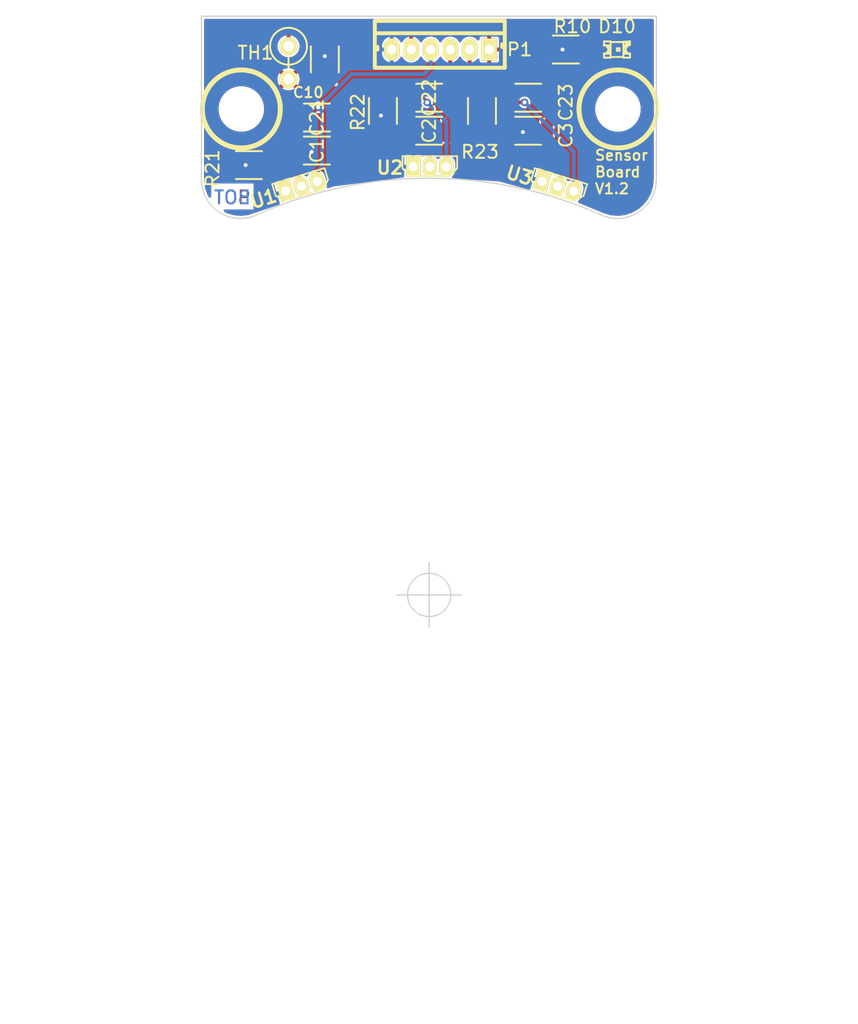
<source format=kicad_pcb>
(kicad_pcb (version 4) (host pcbnew "(after 2015-mar-04 BZR unknown)-product")

  (general
    (links 34)
    (no_connects 0)
    (area 120.041599 106.022 186.079201 188.009601)
    (thickness 1.6)
    (drawings 22)
    (tracks 65)
    (zones 0)
    (modules 19)
    (nets 8)
  )

  (page A4)
  (layers
    (0 F.Cu signal)
    (31 B.Cu signal)
    (32 B.Adhes user)
    (33 F.Adhes user)
    (34 B.Paste user)
    (35 F.Paste user)
    (36 B.SilkS user)
    (37 F.SilkS user)
    (38 B.Mask user)
    (39 F.Mask user)
    (40 Dwgs.User user)
    (41 Cmts.User user)
    (42 Eco1.User user)
    (43 Eco2.User user)
    (44 Edge.Cuts user)
    (45 Margin user)
    (46 B.CrtYd user)
    (47 F.CrtYd user)
    (48 B.Fab user)
    (49 F.Fab user)
  )

  (setup
    (last_trace_width 0.15)
    (user_trace_width 0.15)
    (user_trace_width 0.2)
    (user_trace_width 0.25)
    (user_trace_width 0.3)
    (user_trace_width 0.4)
    (user_trace_width 0.5)
    (user_trace_width 0.7)
    (user_trace_width 1)
    (user_trace_width 1.5)
    (user_trace_width 2)
    (trace_clearance 0.15)
    (zone_clearance 0.15)
    (zone_45_only no)
    (trace_min 0.15)
    (segment_width 0.15)
    (edge_width 0.1)
    (via_size 0.6)
    (via_drill 0.3)
    (via_min_size 0.6)
    (via_min_drill 0.3)
    (user_via 0.6 0.3)
    (user_via 0.7 0.4)
    (user_via 0.8 0.5)
    (user_via 0.9 0.6)
    (user_via 1 0.7)
    (user_via 1.1 0.8)
    (user_via 1.2 0.9)
    (user_via 1.3 1)
    (uvia_size 0.6)
    (uvia_drill 0.3)
    (uvias_allowed no)
    (uvia_min_size 0.6)
    (uvia_min_drill 0.3)
    (pcb_text_width 0.3)
    (pcb_text_size 1.5 1.5)
    (mod_edge_width 0.3)
    (mod_text_size 1 1)
    (mod_text_width 0.15)
    (pad_size 1.5 1.1)
    (pad_drill 0.7)
    (pad_to_mask_clearance 0)
    (aux_axis_origin 134.62 127.0254)
    (grid_origin 134.62 127.0254)
    (visible_elements 7FFFFFFF)
    (pcbplotparams
      (layerselection 0x010e0_80000001)
      (usegerberextensions false)
      (excludeedgelayer true)
      (linewidth 0.100000)
      (plotframeref false)
      (viasonmask false)
      (mode 1)
      (useauxorigin false)
      (hpglpennumber 1)
      (hpglpenspeed 20)
      (hpglpendiameter 15)
      (hpglpenoverlay 2)
      (psnegative false)
      (psa4output false)
      (plotreference true)
      (plotvalue true)
      (plotinvisibletext false)
      (padsonsilk false)
      (subtractmaskfromsilk false)
      (outputformat 1)
      (mirror false)
      (drillshape 0)
      (scaleselection 1)
      (outputdirectory ""))
  )

  (net 0 "")
  (net 1 /Vcc)
  (net 2 GND)
  (net 3 /A)
  (net 4 /B)
  (net 5 /C)
  (net 6 "Net-(D10-Pad1)")
  (net 7 /Temp)

  (net_class Default "Dies ist die voreingestellte Netzklasse."
    (clearance 0.15)
    (trace_width 0.15)
    (via_dia 0.6)
    (via_drill 0.3)
    (uvia_dia 0.6)
    (uvia_drill 0.3)
  )

  (net_class 0,2 ""
    (clearance 0.15)
    (trace_width 0.2)
    (via_dia 0.6)
    (via_drill 0.3)
    (uvia_dia 0.6)
    (uvia_drill 0.3)
  )

  (net_class 0,25 ""
    (clearance 0.15)
    (trace_width 0.25)
    (via_dia 0.6)
    (via_drill 0.3)
    (uvia_dia 0.6)
    (uvia_drill 0.3)
  )

  (net_class 0,3 ""
    (clearance 0.15)
    (trace_width 0.3)
    (via_dia 0.6)
    (via_drill 0.3)
    (uvia_dia 0.6)
    (uvia_drill 0.3)
    (add_net /A)
    (add_net /B)
    (add_net /C)
    (add_net /Temp)
    (add_net GND)
    (add_net "Net-(D10-Pad1)")
  )

  (net_class 0,4 ""
    (clearance 0.15)
    (trace_width 0.4)
    (via_dia 0.6)
    (via_drill 0.3)
    (uvia_dia 0.6)
    (uvia_drill 0.3)
  )

  (net_class 0,5 ""
    (clearance 0.15)
    (trace_width 0.5)
    (via_dia 0.6)
    (via_drill 0.3)
    (uvia_dia 0.6)
    (uvia_drill 0.3)
    (add_net /Vcc)
  )

  (net_class 0,7 ""
    (clearance 0.15)
    (trace_width 0.7)
    (via_dia 0.6)
    (via_drill 0.3)
    (uvia_dia 0.6)
    (uvia_drill 0.3)
  )

  (net_class 1,0 ""
    (clearance 0.15)
    (trace_width 1)
    (via_dia 0.6)
    (via_drill 0.3)
    (uvia_dia 0.6)
    (uvia_drill 0.3)
  )

  (net_class 1,5 ""
    (clearance 0.15)
    (trace_width 1.5)
    (via_dia 0.6)
    (via_drill 0.3)
    (uvia_dia 0.6)
    (uvia_drill 0.3)
  )

  (net_class 2,0 ""
    (clearance 0.15)
    (trace_width 2)
    (via_dia 0.6)
    (via_drill 0.3)
    (uvia_dia 0.6)
    (uvia_drill 0.3)
  )

  (module packages:MountingHole_3mm (layer F.Cu) (tedit 55255AA0) (tstamp 55115ECA)
    (at 138.6078 117.602)
    (descr "Mounting hole, Befestigungsbohrung, 3mm, No Annular, Kein Restring,")
    (tags "Mounting hole, Befestigungsbohrung, 3mm, No Annular, Kein Restring,")
    (path /55114BC4)
    (fp_text reference H1 (at -9.779 -7.874) (layer F.SilkS) hide
      (effects (font (size 1 1) (thickness 0.15)))
    )
    (fp_text value 3mm (at -10.033 -5.842) (layer F.Fab) hide
      (effects (font (size 1 1) (thickness 0.15)))
    )
    (fp_circle (center 0 0) (end 3 0) (layer F.SilkS) (width 0.381))
    (pad "" np_thru_hole circle (at 0 0) (size 3.2 3.2) (drill 3.2) (layers *.Cu *.Mask F.SilkS))
  )

  (module w_rf_modules:B6B-ZR (layer F.Cu) (tedit 5524FB61) (tstamp 55115E9D)
    (at 153.924 113.03 180)
    (descr "JST ZR series connector, B6B-ZR")
    (path /5513B090)
    (fp_text reference P1 (at -6.096 0 180) (layer F.SilkS)
      (effects (font (size 1 1) (thickness 0.15)))
    )
    (fp_text value CONN_01X06 (at 0.762 5.334 180) (layer F.SilkS) hide
      (effects (font (thickness 0.3048)))
    )
    (fp_line (start 5.044 0) (end 4.844 0) (layer F.SilkS) (width 0.3))
    (fp_line (start 4.844 0) (end 4.844 0.2) (layer F.SilkS) (width 0.3))
    (fp_line (start 4.844 0.2) (end 5.044 0.2) (layer F.SilkS) (width 0.3))
    (fp_line (start -4.956 0.2) (end -4.756 0.2) (layer F.SilkS) (width 0.3))
    (fp_line (start -4.756 0.2) (end -4.756 0.4) (layer F.SilkS) (width 0.3))
    (fp_line (start -4.756 0.4) (end -4.956 0.4) (layer F.SilkS) (width 0.3))
    (fp_line (start -4.956 1.254) (end 5.044 1.254) (layer F.SilkS) (width 0.3))
    (fp_line (start -4.956 -1.4) (end 5.044 -1.4) (layer F.SilkS) (width 0.3))
    (fp_line (start 5.044 -1.4) (end 5.044 2.2) (layer F.SilkS) (width 0.3))
    (fp_line (start 5.044 2.2) (end -4.956 2.2) (layer F.SilkS) (width 0.3))
    (fp_line (start -4.956 2.2) (end -4.956 -1.4) (layer F.SilkS) (width 0.3))
    (pad 1 thru_hole rect (at -3.7598 0 180) (size 1.19888 1.69926) (drill 0.70104) (layers *.Cu *.Mask F.SilkS)
      (net 2 GND))
    (pad 3 thru_hole oval (at -0.756 0 180) (size 1.19888 1.69926) (drill 0.70104) (layers *.Cu *.Mask F.SilkS)
      (net 4 /B))
    (pad 2 thru_hole oval (at -2.256 0 180) (size 1.19888 1.69926) (drill 0.70104) (layers *.Cu *.Mask F.SilkS)
      (net 5 /C))
    (pad 4 thru_hole oval (at 0.744 0 180) (size 1.19888 1.69926) (drill 0.70104) (layers *.Cu *.Mask F.SilkS)
      (net 3 /A))
    (pad 5 thru_hole oval (at 2.244 0 180) (size 1.19888 1.69926) (drill 0.70104) (layers *.Cu *.Mask F.SilkS)
      (net 7 /Temp))
    (pad 6 thru_hole oval (at 3.744 0 180) (size 1.19888 1.69926) (drill 0.70104) (layers *.Cu *.Mask F.SilkS)
      (net 1 /Vcc))
    (model C:/Users/Laptop-02/Documents/KiCad/Lib/packages3d/B6B-ZR.wrl
      (at (xyz 0 0.054 0))
      (scale (xyz 0.3937 0.3937 0.3937))
      (rotate (xyz -90 0 180))
    )
  )

  (module Resistors_SMD:R_1206 (layer F.Cu) (tedit 55116079) (tstamp 550EF3D7)
    (at 157.1244 117.7544 90)
    (descr "Resistor SMD 1206, reflow soldering, Vishay (see dcrcw.pdf)")
    (tags "resistor 1206")
    (path /550EDAE4)
    (attr smd)
    (fp_text reference R23 (at -3.1496 -0.1524 180) (layer F.SilkS)
      (effects (font (size 1 1) (thickness 0.15)))
    )
    (fp_text value 10k (at -11.0236 -1.1684 180) (layer F.Fab) hide
      (effects (font (size 1 1) (thickness 0.15)))
    )
    (fp_line (start -2.2 -1.2) (end 2.2 -1.2) (layer F.CrtYd) (width 0.05))
    (fp_line (start -2.2 1.2) (end 2.2 1.2) (layer F.CrtYd) (width 0.05))
    (fp_line (start -2.2 -1.2) (end -2.2 1.2) (layer F.CrtYd) (width 0.05))
    (fp_line (start 2.2 -1.2) (end 2.2 1.2) (layer F.CrtYd) (width 0.05))
    (fp_line (start 1 1.075) (end -1 1.075) (layer F.SilkS) (width 0.15))
    (fp_line (start -1 -1.075) (end 1 -1.075) (layer F.SilkS) (width 0.15))
    (pad 1 smd rect (at -1.45 0 90) (size 0.9 1.7) (layers F.Cu F.Paste F.Mask)
      (net 1 /Vcc))
    (pad 2 smd rect (at 1.45 0 90) (size 0.9 1.7) (layers F.Cu F.Paste F.Mask)
      (net 5 /C))
    (model Resistors_SMD.3dshapes/R_1206.wrl
      (at (xyz 0 0 0))
      (scale (xyz 1 1 1))
      (rotate (xyz 0 0 0))
    )
  )

  (module Resistors_SMD:R_1206 (layer F.Cu) (tedit 551160A7) (tstamp 550EE342)
    (at 144.4244 120.8024)
    (descr "Resistor SMD 1206, reflow soldering, Vishay (see dcrcw.pdf)")
    (tags "resistor 1206")
    (path /550EC04E)
    (attr smd)
    (fp_text reference C1 (at 0 0 90) (layer F.SilkS)
      (effects (font (size 1 1) (thickness 0.15)))
    )
    (fp_text value 100nF (at -1.6764 7.4676) (layer F.Fab) hide
      (effects (font (size 1 1) (thickness 0.15)))
    )
    (fp_line (start -2.2 -1.2) (end 2.2 -1.2) (layer F.CrtYd) (width 0.05))
    (fp_line (start -2.2 1.2) (end 2.2 1.2) (layer F.CrtYd) (width 0.05))
    (fp_line (start -2.2 -1.2) (end -2.2 1.2) (layer F.CrtYd) (width 0.05))
    (fp_line (start 2.2 -1.2) (end 2.2 1.2) (layer F.CrtYd) (width 0.05))
    (fp_line (start 1 1.075) (end -1 1.075) (layer F.SilkS) (width 0.15))
    (fp_line (start -1 -1.075) (end 1 -1.075) (layer F.SilkS) (width 0.15))
    (pad 1 smd rect (at -1.45 0) (size 0.9 1.7) (layers F.Cu F.Paste F.Mask)
      (net 1 /Vcc))
    (pad 2 smd rect (at 1.45 0) (size 0.9 1.7) (layers F.Cu F.Paste F.Mask)
      (net 2 GND))
    (model Capacitors_SMD.3dshapes/C_1206.wrl
      (at (xyz 0 0 0))
      (scale (xyz 1 1 1))
      (rotate (xyz 0 0 0))
    )
  )

  (module Resistors_SMD:R_1206 (layer F.Cu) (tedit 55116077) (tstamp 550EE955)
    (at 153.0604 119.2784)
    (descr "Resistor SMD 1206, reflow soldering, Vishay (see dcrcw.pdf)")
    (tags "resistor 1206")
    (path /550EC0E2)
    (attr smd)
    (fp_text reference C2 (at 0 0 90) (layer F.SilkS)
      (effects (font (size 1 1) (thickness 0.15)))
    )
    (fp_text value 100nF (at 3.4036 8.2296) (layer F.Fab) hide
      (effects (font (size 1 1) (thickness 0.15)))
    )
    (fp_line (start -2.2 -1.2) (end 2.2 -1.2) (layer F.CrtYd) (width 0.05))
    (fp_line (start -2.2 1.2) (end 2.2 1.2) (layer F.CrtYd) (width 0.05))
    (fp_line (start -2.2 -1.2) (end -2.2 1.2) (layer F.CrtYd) (width 0.05))
    (fp_line (start 2.2 -1.2) (end 2.2 1.2) (layer F.CrtYd) (width 0.05))
    (fp_line (start 1 1.075) (end -1 1.075) (layer F.SilkS) (width 0.15))
    (fp_line (start -1 -1.075) (end 1 -1.075) (layer F.SilkS) (width 0.15))
    (pad 1 smd rect (at -1.45 0) (size 0.9 1.7) (layers F.Cu F.Paste F.Mask)
      (net 1 /Vcc))
    (pad 2 smd rect (at 1.45 0) (size 0.9 1.7) (layers F.Cu F.Paste F.Mask)
      (net 2 GND))
    (model Capacitors_SMD.3dshapes/C_1206.wrl
      (at (xyz 0 0 0))
      (scale (xyz 1 1 1))
      (rotate (xyz 0 0 0))
    )
  )

  (module Resistors_SMD:R_1206 (layer F.Cu) (tedit 55116061) (tstamp 550EF3CA)
    (at 160.6804 119.2784)
    (descr "Resistor SMD 1206, reflow soldering, Vishay (see dcrcw.pdf)")
    (tags "resistor 1206")
    (path /550EC10B)
    (attr smd)
    (fp_text reference C3 (at 2.8956 0.3556 90) (layer F.SilkS)
      (effects (font (size 1 1) (thickness 0.15)))
    )
    (fp_text value 100nF (at 0.1016 7.7216 90) (layer F.Fab) hide
      (effects (font (size 1 1) (thickness 0.15)))
    )
    (fp_line (start -2.2 -1.2) (end 2.2 -1.2) (layer F.CrtYd) (width 0.05))
    (fp_line (start -2.2 1.2) (end 2.2 1.2) (layer F.CrtYd) (width 0.05))
    (fp_line (start -2.2 -1.2) (end -2.2 1.2) (layer F.CrtYd) (width 0.05))
    (fp_line (start 2.2 -1.2) (end 2.2 1.2) (layer F.CrtYd) (width 0.05))
    (fp_line (start 1 1.075) (end -1 1.075) (layer F.SilkS) (width 0.15))
    (fp_line (start -1 -1.075) (end 1 -1.075) (layer F.SilkS) (width 0.15))
    (pad 1 smd rect (at -1.45 0) (size 0.9 1.7) (layers F.Cu F.Paste F.Mask)
      (net 1 /Vcc))
    (pad 2 smd rect (at 1.45 0) (size 0.9 1.7) (layers F.Cu F.Paste F.Mask)
      (net 2 GND))
    (model Capacitors_SMD.3dshapes/C_1206.wrl
      (at (xyz 0 0 0))
      (scale (xyz 1 1 1))
      (rotate (xyz 0 0 0))
    )
  )

  (module Resistors_SMD:R_1206 (layer F.Cu) (tedit 5513B8D6) (tstamp 550FD1C8)
    (at 145.034 113.792 270)
    (descr "Resistor SMD 1206, reflow soldering, Vishay (see dcrcw.pdf)")
    (tags "resistor 1206")
    (path /550EBFC1)
    (attr smd)
    (fp_text reference C10 (at 2.54 1.27 360) (layer F.SilkS)
      (effects (font (size 0.8 0.8) (thickness 0.15)))
    )
    (fp_text value 1uF (at -1.4224 11.0236 270) (layer F.Fab) hide
      (effects (font (size 1 1) (thickness 0.15)))
    )
    (fp_line (start -2.2 -1.2) (end 2.2 -1.2) (layer F.CrtYd) (width 0.05))
    (fp_line (start -2.2 1.2) (end 2.2 1.2) (layer F.CrtYd) (width 0.05))
    (fp_line (start -2.2 -1.2) (end -2.2 1.2) (layer F.CrtYd) (width 0.05))
    (fp_line (start 2.2 -1.2) (end 2.2 1.2) (layer F.CrtYd) (width 0.05))
    (fp_line (start 1 1.075) (end -1 1.075) (layer F.SilkS) (width 0.15))
    (fp_line (start -1 -1.075) (end 1 -1.075) (layer F.SilkS) (width 0.15))
    (pad 1 smd rect (at -1.45 0 270) (size 0.9 1.7) (layers F.Cu F.Paste F.Mask)
      (net 1 /Vcc))
    (pad 2 smd rect (at 1.45 0 270) (size 0.9 1.7) (layers F.Cu F.Paste F.Mask)
      (net 2 GND))
    (model Capacitors_SMD.3dshapes/C_1206.wrl
      (at (xyz 0 0 0))
      (scale (xyz 1 1 1))
      (rotate (xyz 0 0 0))
    )
  )

  (module Resistors_SMD:R_1206 (layer F.Cu) (tedit 551160AC) (tstamp 550EF71C)
    (at 144.4244 118.2624)
    (descr "Resistor SMD 1206, reflow soldering, Vishay (see dcrcw.pdf)")
    (tags "resistor 1206")
    (path /550EDF31)
    (attr smd)
    (fp_text reference C21 (at 0 0 90) (layer F.SilkS)
      (effects (font (size 1 1) (thickness 0.15)))
    )
    (fp_text value 680pF (at 6.7056 7.4676) (layer F.Fab) hide
      (effects (font (size 1 1) (thickness 0.15)))
    )
    (fp_line (start -2.2 -1.2) (end 2.2 -1.2) (layer F.CrtYd) (width 0.05))
    (fp_line (start -2.2 1.2) (end 2.2 1.2) (layer F.CrtYd) (width 0.05))
    (fp_line (start -2.2 -1.2) (end -2.2 1.2) (layer F.CrtYd) (width 0.05))
    (fp_line (start 2.2 -1.2) (end 2.2 1.2) (layer F.CrtYd) (width 0.05))
    (fp_line (start 1 1.075) (end -1 1.075) (layer F.SilkS) (width 0.15))
    (fp_line (start -1 -1.075) (end 1 -1.075) (layer F.SilkS) (width 0.15))
    (pad 1 smd rect (at -1.45 0) (size 0.9 1.7) (layers F.Cu F.Paste F.Mask)
      (net 3 /A))
    (pad 2 smd rect (at 1.45 0) (size 0.9 1.7) (layers F.Cu F.Paste F.Mask)
      (net 2 GND))
    (model Capacitors_SMD.3dshapes/C_1206.wrl
      (at (xyz 0 0 0))
      (scale (xyz 1 1 1))
      (rotate (xyz 0 0 0))
    )
  )

  (module Resistors_SMD:R_1206 (layer F.Cu) (tedit 55116074) (tstamp 550ECBAA)
    (at 153.0604 116.7384)
    (descr "Resistor SMD 1206, reflow soldering, Vishay (see dcrcw.pdf)")
    (tags "resistor 1206")
    (path /550EE154)
    (attr smd)
    (fp_text reference C22 (at 0 0 90) (layer F.SilkS)
      (effects (font (size 1 1) (thickness 0.15)))
    )
    (fp_text value 680pF (at 3.6576 8.2296) (layer F.Fab) hide
      (effects (font (size 1 1) (thickness 0.15)))
    )
    (fp_line (start -2.2 -1.2) (end 2.2 -1.2) (layer F.CrtYd) (width 0.05))
    (fp_line (start -2.2 1.2) (end 2.2 1.2) (layer F.CrtYd) (width 0.05))
    (fp_line (start -2.2 -1.2) (end -2.2 1.2) (layer F.CrtYd) (width 0.05))
    (fp_line (start 2.2 -1.2) (end 2.2 1.2) (layer F.CrtYd) (width 0.05))
    (fp_line (start 1 1.075) (end -1 1.075) (layer F.SilkS) (width 0.15))
    (fp_line (start -1 -1.075) (end 1 -1.075) (layer F.SilkS) (width 0.15))
    (pad 1 smd rect (at -1.45 0) (size 0.9 1.7) (layers F.Cu F.Paste F.Mask)
      (net 4 /B))
    (pad 2 smd rect (at 1.45 0) (size 0.9 1.7) (layers F.Cu F.Paste F.Mask)
      (net 2 GND))
    (model Capacitors_SMD.3dshapes/C_1206.wrl
      (at (xyz 0 0 0))
      (scale (xyz 1 1 1))
      (rotate (xyz 0 0 0))
    )
  )

  (module Resistors_SMD:R_1206 (layer F.Cu) (tedit 55116053) (tstamp 550EF3E4)
    (at 160.6804 116.7384)
    (descr "Resistor SMD 1206, reflow soldering, Vishay (see dcrcw.pdf)")
    (tags "resistor 1206")
    (path /550EE1A8)
    (attr smd)
    (fp_text reference C23 (at 2.8956 0.3556 90) (layer F.SilkS)
      (effects (font (size 1 1) (thickness 0.15)))
    )
    (fp_text value 680pF (at -11.3284 11.7856) (layer F.Fab) hide
      (effects (font (size 1 1) (thickness 0.15)))
    )
    (fp_line (start -2.2 -1.2) (end 2.2 -1.2) (layer F.CrtYd) (width 0.05))
    (fp_line (start -2.2 1.2) (end 2.2 1.2) (layer F.CrtYd) (width 0.05))
    (fp_line (start -2.2 -1.2) (end -2.2 1.2) (layer F.CrtYd) (width 0.05))
    (fp_line (start 2.2 -1.2) (end 2.2 1.2) (layer F.CrtYd) (width 0.05))
    (fp_line (start 1 1.075) (end -1 1.075) (layer F.SilkS) (width 0.15))
    (fp_line (start -1 -1.075) (end 1 -1.075) (layer F.SilkS) (width 0.15))
    (pad 1 smd rect (at -1.45 0) (size 0.9 1.7) (layers F.Cu F.Paste F.Mask)
      (net 5 /C))
    (pad 2 smd rect (at 1.45 0) (size 0.9 1.7) (layers F.Cu F.Paste F.Mask)
      (net 2 GND))
    (model Capacitors_SMD.3dshapes/C_1206.wrl
      (at (xyz 0 0 0))
      (scale (xyz 1 1 1))
      (rotate (xyz 0 0 0))
    )
  )

  (module LEDs:LED-0805 (layer F.Cu) (tedit 55141585) (tstamp 5513D079)
    (at 167.513 113.03)
    (descr "LED 0805 smd package")
    (tags "LED 0805 SMD")
    (path /550EB7C7)
    (attr smd)
    (fp_text reference D10 (at 0 -1.778) (layer F.SilkS)
      (effects (font (size 1 1) (thickness 0.15)))
    )
    (fp_text value blau (at 5.1816 1.6764) (layer F.Fab) hide
      (effects (font (size 1 1) (thickness 0.15)))
    )
    (fp_line (start 0.49784 0.29972) (end 0.49784 0.62484) (layer F.SilkS) (width 0.15))
    (fp_line (start 0.49784 0.62484) (end 0.99822 0.62484) (layer F.SilkS) (width 0.15))
    (fp_line (start 0.99822 0.29972) (end 0.99822 0.62484) (layer F.SilkS) (width 0.15))
    (fp_line (start 0.49784 0.29972) (end 0.99822 0.29972) (layer F.SilkS) (width 0.15))
    (fp_line (start 0.49784 -0.32258) (end 0.49784 -0.17272) (layer F.SilkS) (width 0.15))
    (fp_line (start 0.49784 -0.17272) (end 0.7493 -0.17272) (layer F.SilkS) (width 0.15))
    (fp_line (start 0.7493 -0.32258) (end 0.7493 -0.17272) (layer F.SilkS) (width 0.15))
    (fp_line (start 0.49784 -0.32258) (end 0.7493 -0.32258) (layer F.SilkS) (width 0.15))
    (fp_line (start 0.49784 0.17272) (end 0.49784 0.32258) (layer F.SilkS) (width 0.15))
    (fp_line (start 0.49784 0.32258) (end 0.7493 0.32258) (layer F.SilkS) (width 0.15))
    (fp_line (start 0.7493 0.17272) (end 0.7493 0.32258) (layer F.SilkS) (width 0.15))
    (fp_line (start 0.49784 0.17272) (end 0.7493 0.17272) (layer F.SilkS) (width 0.15))
    (fp_line (start 0.49784 -0.19812) (end 0.49784 0.19812) (layer F.SilkS) (width 0.15))
    (fp_line (start 0.49784 0.19812) (end 0.6731 0.19812) (layer F.SilkS) (width 0.15))
    (fp_line (start 0.6731 -0.19812) (end 0.6731 0.19812) (layer F.SilkS) (width 0.15))
    (fp_line (start 0.49784 -0.19812) (end 0.6731 -0.19812) (layer F.SilkS) (width 0.15))
    (fp_line (start -0.99822 0.29972) (end -0.99822 0.62484) (layer F.SilkS) (width 0.15))
    (fp_line (start -0.99822 0.62484) (end -0.49784 0.62484) (layer F.SilkS) (width 0.15))
    (fp_line (start -0.49784 0.29972) (end -0.49784 0.62484) (layer F.SilkS) (width 0.15))
    (fp_line (start -0.99822 0.29972) (end -0.49784 0.29972) (layer F.SilkS) (width 0.15))
    (fp_line (start -0.99822 -0.62484) (end -0.99822 -0.29972) (layer F.SilkS) (width 0.15))
    (fp_line (start -0.99822 -0.29972) (end -0.49784 -0.29972) (layer F.SilkS) (width 0.15))
    (fp_line (start -0.49784 -0.62484) (end -0.49784 -0.29972) (layer F.SilkS) (width 0.15))
    (fp_line (start -0.99822 -0.62484) (end -0.49784 -0.62484) (layer F.SilkS) (width 0.15))
    (fp_line (start -0.7493 0.17272) (end -0.7493 0.32258) (layer F.SilkS) (width 0.15))
    (fp_line (start -0.7493 0.32258) (end -0.49784 0.32258) (layer F.SilkS) (width 0.15))
    (fp_line (start -0.49784 0.17272) (end -0.49784 0.32258) (layer F.SilkS) (width 0.15))
    (fp_line (start -0.7493 0.17272) (end -0.49784 0.17272) (layer F.SilkS) (width 0.15))
    (fp_line (start -0.7493 -0.32258) (end -0.7493 -0.17272) (layer F.SilkS) (width 0.15))
    (fp_line (start -0.7493 -0.17272) (end -0.49784 -0.17272) (layer F.SilkS) (width 0.15))
    (fp_line (start -0.49784 -0.32258) (end -0.49784 -0.17272) (layer F.SilkS) (width 0.15))
    (fp_line (start -0.7493 -0.32258) (end -0.49784 -0.32258) (layer F.SilkS) (width 0.15))
    (fp_line (start -0.6731 -0.19812) (end -0.6731 0.19812) (layer F.SilkS) (width 0.15))
    (fp_line (start -0.6731 0.19812) (end -0.49784 0.19812) (layer F.SilkS) (width 0.15))
    (fp_line (start -0.49784 -0.19812) (end -0.49784 0.19812) (layer F.SilkS) (width 0.15))
    (fp_line (start -0.6731 -0.19812) (end -0.49784 -0.19812) (layer F.SilkS) (width 0.15))
    (fp_line (start 0 -0.09906) (end 0 0.09906) (layer F.SilkS) (width 0.15))
    (fp_line (start 0 0.09906) (end 0.19812 0.09906) (layer F.SilkS) (width 0.15))
    (fp_line (start 0.19812 -0.09906) (end 0.19812 0.09906) (layer F.SilkS) (width 0.15))
    (fp_line (start 0 -0.09906) (end 0.19812 -0.09906) (layer F.SilkS) (width 0.15))
    (fp_line (start 0.49784 -0.59944) (end 0.49784 -0.29972) (layer F.SilkS) (width 0.15))
    (fp_line (start 0.49784 -0.29972) (end 0.79756 -0.29972) (layer F.SilkS) (width 0.15))
    (fp_line (start 0.79756 -0.59944) (end 0.79756 -0.29972) (layer F.SilkS) (width 0.15))
    (fp_line (start 0.49784 -0.59944) (end 0.79756 -0.59944) (layer F.SilkS) (width 0.15))
    (fp_line (start 0.92456 -0.62484) (end 0.92456 -0.39878) (layer F.SilkS) (width 0.15))
    (fp_line (start 0.92456 -0.39878) (end 0.99822 -0.39878) (layer F.SilkS) (width 0.15))
    (fp_line (start 0.99822 -0.62484) (end 0.99822 -0.39878) (layer F.SilkS) (width 0.15))
    (fp_line (start 0.92456 -0.62484) (end 0.99822 -0.62484) (layer F.SilkS) (width 0.15))
    (fp_line (start 0.52324 0.57404) (end -0.52324 0.57404) (layer F.SilkS) (width 0.15))
    (fp_line (start -0.49784 -0.57404) (end 0.92456 -0.57404) (layer F.SilkS) (width 0.15))
    (fp_circle (center 0.84836 -0.44958) (end 0.89916 -0.50038) (layer F.SilkS) (width 0.15))
    (fp_arc (start 0.99822 0) (end 0.99822 0.34798) (angle 180) (layer F.SilkS) (width 0.15))
    (fp_arc (start -0.99822 0) (end -0.99822 -0.34798) (angle 180) (layer F.SilkS) (width 0.15))
    (pad 1 smd rect (at -1.04902 0) (size 1.19888 1.19888) (layers F.Cu F.Paste F.Mask)
      (net 6 "Net-(D10-Pad1)"))
    (pad 2 smd rect (at 1.04902 0) (size 1.19888 1.19888) (layers F.Cu F.Paste F.Mask)
      (net 2 GND))
    (model C:/Users/Laptop-02/Documents/KiCad/Lib/packages3d/led_blue_0805.wrl
      (at (xyz 0 0 0))
      (scale (xyz 0.3937 0.3937 0.3937))
      (rotate (xyz -90 0 90))
    )
  )

  (module Resistors_SMD:R_1206 (layer F.Cu) (tedit 55141587) (tstamp 550EF6CA)
    (at 163.576 113.03)
    (descr "Resistor SMD 1206, reflow soldering, Vishay (see dcrcw.pdf)")
    (tags "resistor 1206")
    (path /550EAAEC)
    (attr smd)
    (fp_text reference R10 (at 0.508 -1.778 180) (layer F.SilkS)
      (effects (font (size 1 1) (thickness 0.15)))
    )
    (fp_text value 220 (at 0.8636 13.5636 90) (layer F.Fab) hide
      (effects (font (size 1 1) (thickness 0.15)))
    )
    (fp_line (start -2.2 -1.2) (end 2.2 -1.2) (layer F.CrtYd) (width 0.05))
    (fp_line (start -2.2 1.2) (end 2.2 1.2) (layer F.CrtYd) (width 0.05))
    (fp_line (start -2.2 -1.2) (end -2.2 1.2) (layer F.CrtYd) (width 0.05))
    (fp_line (start 2.2 -1.2) (end 2.2 1.2) (layer F.CrtYd) (width 0.05))
    (fp_line (start 1 1.075) (end -1 1.075) (layer F.SilkS) (width 0.15))
    (fp_line (start -1 -1.075) (end 1 -1.075) (layer F.SilkS) (width 0.15))
    (pad 1 smd rect (at -1.45 0) (size 0.9 1.7) (layers F.Cu F.Paste F.Mask)
      (net 1 /Vcc))
    (pad 2 smd rect (at 1.45 0) (size 0.9 1.7) (layers F.Cu F.Paste F.Mask)
      (net 6 "Net-(D10-Pad1)"))
    (model Resistors_SMD.3dshapes/R_1206.wrl
      (at (xyz 0 0 0))
      (scale (xyz 1 1 1))
      (rotate (xyz 0 0 0))
    )
  )

  (module Resistors_SMD:R_1206 (layer F.Cu) (tedit 551160D9) (tstamp 5513EF55)
    (at 139.192 121.92)
    (descr "Resistor SMD 1206, reflow soldering, Vishay (see dcrcw.pdf)")
    (tags "resistor 1206")
    (path /550ED88C)
    (attr smd)
    (fp_text reference R21 (at -2.794 0.254 90) (layer F.SilkS)
      (effects (font (size 1 1) (thickness 0.15)))
    )
    (fp_text value 10k (at -1.524 5.842) (layer F.Fab) hide
      (effects (font (size 1 1) (thickness 0.15)))
    )
    (fp_line (start -2.2 -1.2) (end 2.2 -1.2) (layer F.CrtYd) (width 0.05))
    (fp_line (start -2.2 1.2) (end 2.2 1.2) (layer F.CrtYd) (width 0.05))
    (fp_line (start -2.2 -1.2) (end -2.2 1.2) (layer F.CrtYd) (width 0.05))
    (fp_line (start 2.2 -1.2) (end 2.2 1.2) (layer F.CrtYd) (width 0.05))
    (fp_line (start 1 1.075) (end -1 1.075) (layer F.SilkS) (width 0.15))
    (fp_line (start -1 -1.075) (end 1 -1.075) (layer F.SilkS) (width 0.15))
    (pad 1 smd rect (at -1.45 0) (size 0.9 1.7) (layers F.Cu F.Paste F.Mask)
      (net 1 /Vcc))
    (pad 2 smd rect (at 1.45 0) (size 0.9 1.7) (layers F.Cu F.Paste F.Mask)
      (net 3 /A))
    (model Resistors_SMD.3dshapes/R_1206.wrl
      (at (xyz 0 0 0))
      (scale (xyz 1 1 1))
      (rotate (xyz 0 0 0))
    )
  )

  (module Resistors_SMD:R_1206 (layer F.Cu) (tedit 551160A3) (tstamp 550EDEBB)
    (at 149.5044 117.7544 90)
    (descr "Resistor SMD 1206, reflow soldering, Vishay (see dcrcw.pdf)")
    (tags "resistor 1206")
    (path /550EDA9B)
    (attr smd)
    (fp_text reference R22 (at -0.1016 -1.9304 90) (layer F.SilkS)
      (effects (font (size 1 1) (thickness 0.15)))
    )
    (fp_text value 10k (at -7.9756 -2.1844 90) (layer F.Fab) hide
      (effects (font (size 1 1) (thickness 0.15)))
    )
    (fp_line (start -2.2 -1.2) (end 2.2 -1.2) (layer F.CrtYd) (width 0.05))
    (fp_line (start -2.2 1.2) (end 2.2 1.2) (layer F.CrtYd) (width 0.05))
    (fp_line (start -2.2 -1.2) (end -2.2 1.2) (layer F.CrtYd) (width 0.05))
    (fp_line (start 2.2 -1.2) (end 2.2 1.2) (layer F.CrtYd) (width 0.05))
    (fp_line (start 1 1.075) (end -1 1.075) (layer F.SilkS) (width 0.15))
    (fp_line (start -1 -1.075) (end 1 -1.075) (layer F.SilkS) (width 0.15))
    (pad 1 smd rect (at -1.45 0 90) (size 0.9 1.7) (layers F.Cu F.Paste F.Mask)
      (net 1 /Vcc))
    (pad 2 smd rect (at 1.45 0 90) (size 0.9 1.7) (layers F.Cu F.Paste F.Mask)
      (net 4 /B))
    (model Resistors_SMD.3dshapes/R_1206.wrl
      (at (xyz 0 0 0))
      (scale (xyz 1 1 1))
      (rotate (xyz 0 0 0))
    )
  )

  (module Discret:R1 (layer F.Cu) (tedit 5513B614) (tstamp 5513B4B1)
    (at 142.24 114.046 270)
    (descr "Resistance verticale")
    (tags R)
    (path /5513B3EE)
    (fp_text reference TH1 (at -0.762 2.54 360) (layer F.SilkS)
      (effects (font (size 1 1) (thickness 0.15)))
    )
    (fp_text value THERMISTOR (at -5.842 2.286 360) (layer F.Fab) hide
      (effects (font (size 1 1) (thickness 0.15)))
    )
    (fp_line (start -1.27 0) (end 1.27 0) (layer F.SilkS) (width 0.15))
    (fp_circle (center -1.27 0) (end -0.635 1.27) (layer F.SilkS) (width 0.15))
    (pad 1 thru_hole circle (at -1.27 0 270) (size 1.397 1.397) (drill 0.8128) (layers *.Cu *.Mask F.SilkS)
      (net 7 /Temp))
    (pad 2 thru_hole circle (at 1.27 0 270) (size 1.397 1.397) (drill 0.8128) (layers *.Cu *.Mask F.SilkS)
      (net 2 GND))
    (model Discret.3dshapes/R1.wrl
      (at (xyz 0 0 0))
      (scale (xyz 1 1 1))
      (rotate (xyz 0 0 0))
    )
  )

  (module packages:MountingHole_3mm (layer F.Cu) (tedit 55255AA0) (tstamp 55114BCF)
    (at 167.5892 117.602)
    (descr "Mounting hole, Befestigungsbohrung, 3mm, No Annular, Kein Restring,")
    (tags "Mounting hole, Befestigungsbohrung, 3mm, No Annular, Kein Restring,")
    (path /55114C71)
    (fp_text reference H2 (at -9.779 -7.874) (layer F.SilkS) hide
      (effects (font (size 1 1) (thickness 0.15)))
    )
    (fp_text value 3mm (at -10.033 -5.842) (layer F.Fab) hide
      (effects (font (size 1 1) (thickness 0.15)))
    )
    (fp_circle (center 0 0) (end 3 0) (layer F.SilkS) (width 0.381))
    (pad "" np_thru_hole circle (at 0 0) (size 3.2 3.2) (drill 3.2) (layers *.Cu *.Mask F.SilkS))
  )

  (module packages:P-SSO-3-2 (layer F.Cu) (tedit 553FB1A2) (tstamp 550EDCCB)
    (at 153.1112 122.047 90)
    (path /550EC74B)
    (fp_text reference U2 (at -0.071589 -3.06952 180) (layer F.SilkS)
      (effects (font (size 1 1) (thickness 0.2)))
    )
    (fp_text value DRV5013AD (at -7.4168 -25.0952 90) (layer F.SilkS) hide
      (effects (font (thickness 0.3048)))
    )
    (fp_line (start -0.7112 -1.524) (end -0.7112 1.524) (layer F.SilkS) (width 0.127))
    (fp_line (start -0.127 -2.1082) (end 0.8128 -2.1082) (layer F.SilkS) (width 0.127))
    (fp_line (start 0.8128 2.1082) (end 0.8128 -2.1082) (layer F.SilkS) (width 0.127))
    (fp_line (start -0.127 2.1082) (end 0.8128 2.1082) (layer F.SilkS) (width 0.127))
    (fp_line (start -0.127 2.1082) (end -0.7112 1.524) (layer F.SilkS) (width 0.127))
    (fp_line (start -0.127 -2.1082) (end -0.7112 -1.524) (layer F.SilkS) (width 0.127))
    (pad 1 thru_hole rect (at 0 -1.27 90) (size 1.5 1.1) (drill 0.7) (layers *.Cu *.Mask F.SilkS)
      (net 1 /Vcc))
    (pad 2 thru_hole oval (at 0 0 90) (size 1.5 1.1) (drill 0.7) (layers *.Cu *.Mask F.SilkS)
      (net 2 GND))
    (pad 3 thru_hole oval (at 0 1.27 90) (size 1.5 1.1) (drill 0.7) (layers *.Cu *.Mask F.SilkS)
      (net 4 /B))
    (model C:/Users/Laptop-02/Documents/KiCad/Lib/packages3d/P-SSO-3-2.wrl
      (at (xyz 0 0 0))
      (scale (xyz 1 1 1))
      (rotate (xyz 0 0 0))
    )
  )

  (module packages:P-SSO-3-2 (layer F.Cu) (tedit 553FB1A2) (tstamp 55105487)
    (at 162.9664 123.5456 73)
    (path /550EC77C)
    (fp_text reference U3 (at -0.071589 -3.06952 163) (layer F.SilkS)
      (effects (font (size 1 1) (thickness 0.2)))
    )
    (fp_text value DRV5013AD (at -14.013192 -28.199315 73) (layer F.SilkS) hide
      (effects (font (thickness 0.3048)))
    )
    (fp_line (start -0.7112 -1.524) (end -0.7112 1.524) (layer F.SilkS) (width 0.127))
    (fp_line (start -0.127 -2.1082) (end 0.8128 -2.1082) (layer F.SilkS) (width 0.127))
    (fp_line (start 0.8128 2.1082) (end 0.8128 -2.1082) (layer F.SilkS) (width 0.127))
    (fp_line (start -0.127 2.1082) (end 0.8128 2.1082) (layer F.SilkS) (width 0.127))
    (fp_line (start -0.127 2.1082) (end -0.7112 1.524) (layer F.SilkS) (width 0.127))
    (fp_line (start -0.127 -2.1082) (end -0.7112 -1.524) (layer F.SilkS) (width 0.127))
    (pad 1 thru_hole rect (at 0 -1.27 73) (size 1.5 1.1) (drill 0.7) (layers *.Cu *.Mask F.SilkS)
      (net 1 /Vcc))
    (pad 2 thru_hole oval (at 0 0 73) (size 1.5 1.1) (drill 0.7) (layers *.Cu *.Mask F.SilkS)
      (net 2 GND))
    (pad 3 thru_hole oval (at 0 1.27 73) (size 1.5 1.1) (drill 0.7) (layers *.Cu *.Mask F.SilkS)
      (net 5 /C))
    (model C:/Users/Laptop-02/Documents/KiCad/Lib/packages3d/P-SSO-3-2.wrl
      (at (xyz 0 0 0))
      (scale (xyz 1 1 1))
      (rotate (xyz 0 0 0))
    )
  )

  (module packages:P-SSO-3-2 (layer F.Cu) (tedit 553FB1A2) (tstamp 550EDC9A)
    (at 143.2306 123.5456 107)
    (path /550EBD66)
    (fp_text reference U1 (at -0.071589 -3.06952 197) (layer F.SilkS)
      (effects (font (size 1 1) (thickness 0.2)))
    )
    (fp_text value DRV5013AD (at -1.481375 -14.491597 107) (layer F.SilkS) hide
      (effects (font (thickness 0.3048)))
    )
    (fp_line (start -0.7112 -1.524) (end -0.7112 1.524) (layer F.SilkS) (width 0.127))
    (fp_line (start -0.127 -2.1082) (end 0.8128 -2.1082) (layer F.SilkS) (width 0.127))
    (fp_line (start 0.8128 2.1082) (end 0.8128 -2.1082) (layer F.SilkS) (width 0.127))
    (fp_line (start -0.127 2.1082) (end 0.8128 2.1082) (layer F.SilkS) (width 0.127))
    (fp_line (start -0.127 2.1082) (end -0.7112 1.524) (layer F.SilkS) (width 0.127))
    (fp_line (start -0.127 -2.1082) (end -0.7112 -1.524) (layer F.SilkS) (width 0.127))
    (pad 1 thru_hole rect (at 0 -1.27 107) (size 1.5 1.1) (drill 0.7) (layers *.Cu *.Mask F.SilkS)
      (net 1 /Vcc))
    (pad 2 thru_hole oval (at 0 0 107) (size 1.5 1.1) (drill 0.7) (layers *.Cu *.Mask F.SilkS)
      (net 2 GND))
    (pad 3 thru_hole oval (at 0 1.27 107) (size 1.5 1.1) (drill 0.7) (layers *.Cu *.Mask F.SilkS)
      (net 3 /A))
    (model C:/Users/Laptop-02/Documents/KiCad/Lib/packages3d/P-SSO-3-2.wrl
      (at (xyz 0 0 0))
      (scale (xyz 1 1 1))
      (rotate (xyz 0 0 0))
    )
  )

  (gr_arc (start 138.5961 123.085896) (end 135.5961 123.085896) (angle -114.1075476) (layer Dwgs.User) (width 0.1))
  (gr_circle (center 162.821449 123.955212) (end 163.171449 123.955212) (layer Dwgs.User) (width 0.1))
  (gr_line (start 170.5961 123.085896) (end 170.5961 110.603472) (layer Dwgs.User) (width 0.1))
  (gr_circle (center 153.0961 122.4896) (end 153.4461 122.4896) (layer Dwgs.User) (width 0.1))
  (gr_line (start 170.5961 110.603472) (end 135.5961 110.603472) (layer Dwgs.User) (width 0.1))
  (gr_arc (start 153.0961 155.4896) (end 166.370748 125.824237) (angle -48.21509511) (layer Dwgs.User) (width 0.1))
  (gr_line (start 135.5961 123.085896) (end 135.5961 110.603472) (layer Dwgs.User) (width 0.1))
  (gr_circle (center 138.5961 117.603472) (end 140.1961 117.603472) (layer Dwgs.User) (width 0.1))
  (gr_circle (center 167.5961 117.603472) (end 169.1961 117.603472) (layer Dwgs.User) (width 0.1))
  (gr_arc (start 167.5961 123.085896) (end 166.370748 125.824237) (angle -114.1075476) (layer Dwgs.User) (width 0.1))
  (gr_circle (center 143.370752 123.955212) (end 143.720752 123.955212) (layer Dwgs.User) (width 0.1))
  (gr_circle (center 153.0604 154.9908) (end 153.0604 122.047) (layer Dwgs.User) (width 0.15))
  (target plus (at 153.0604 154.9908) (size 5) (width 0.1) (layer Edge.Cuts))
  (gr_line (start 135.54175 110.468) (end 170.54175 110.468) (angle 90) (layer Edge.Cuts) (width 0.1))
  (gr_arc (start 138.54175 123.026549) (end 135.54175 123.026549) (angle -114.1075476) (layer Edge.Cuts) (width 0.1))
  (gr_arc (start 167.54175 123.026549) (end 166.316398 125.76489) (angle -114.1075476) (layer Edge.Cuts) (width 0.1))
  (gr_arc (start 153.04175 155.430252) (end 166.316398 125.76489) (angle -48.21509511) (layer Edge.Cuts) (width 0.1))
  (gr_line (start 135.54175 123.026549) (end 135.54175 110.468) (layer Edge.Cuts) (width 0.1) (tstamp 5513CEF5))
  (gr_line (start 170.54175 123.026549) (end 170.54175 110.468) (layer Edge.Cuts) (width 0.1))
  (gr_text BOT (at 137.922 124.4092) (layer B.Cu)
    (effects (font (size 1 1) (thickness 0.15)) (justify mirror))
  )
  (gr_text TOP (at 137.922 124.4092) (layer F.Cu)
    (effects (font (size 1 1) (thickness 0.15)))
  )
  (gr_text "Sensor \nBoard\nV1.2" (at 165.735 122.4534) (layer F.SilkS) (tstamp 5513D0CC)
    (effects (font (size 0.8 0.8) (thickness 0.15)) (justify left))
  )

  (segment (start 145.034 112.342) (end 145.034 113.538) (width 0.5) (layer F.Cu) (net 1) (status 10))
  (via (at 145.034 113.538) (size 0.6) (layers F.Cu B.Cu) (net 1))
  (segment (start 142.9744 120.8024) (end 143.9164 120.8024) (width 0.5) (layer F.Cu) (net 1) (status 10))
  (via (at 144.018 120.904) (size 0.6) (layers F.Cu B.Cu) (net 1))
  (segment (start 143.9164 120.8024) (end 144.018 120.904) (width 0.5) (layer F.Cu) (net 1) (tstamp 552F9944))
  (segment (start 137.742 121.92) (end 138.938 121.92) (width 0.5) (layer F.Cu) (net 1) (status 10))
  (via (at 138.938 121.92) (size 0.6) (layers F.Cu B.Cu) (net 1))
  (segment (start 149.5044 119.2044) (end 149.5044 118.2624) (width 0.5) (layer F.Cu) (net 1) (status 10))
  (via (at 149.352 118.11) (size 0.6) (layers F.Cu B.Cu) (net 1))
  (segment (start 149.5044 118.2624) (end 149.352 118.11) (width 0.5) (layer F.Cu) (net 1) (tstamp 552F992A))
  (segment (start 157.1244 119.2044) (end 159.1564 119.2044) (width 0.5) (layer F.Cu) (net 1) (status 30))
  (segment (start 159.1564 119.2044) (end 159.332 119.38) (width 0.5) (layer F.Cu) (net 1) (tstamp 552F9914) (status 30))
  (segment (start 159.332 119.38) (end 160.274 119.38) (width 0.5) (layer F.Cu) (net 1) (tstamp 552F9916) (status 10))
  (via (at 160.274 119.38) (size 0.6) (layers F.Cu B.Cu) (net 1))
  (segment (start 162.126 113.03) (end 163.322 113.03) (width 0.5) (layer F.Cu) (net 1) (status 10))
  (via (at 163.322 113.03) (size 0.6) (layers F.Cu B.Cu) (net 1))
  (segment (start 151.5364 119.2044) (end 151.6104 119.2784) (width 0.5) (layer F.Cu) (net 1) (status 30))
  (segment (start 149.5044 119.2044) (end 151.5364 119.2044) (width 0.5) (layer F.Cu) (net 1) (status 30))
  (segment (start 144.445107 123.174288) (end 144.445107 122.396471) (width 0.3) (layer B.Cu) (net 3))
  (segment (start 144.445107 122.396471) (end 144.825999 122.015579) (width 0.3) (layer B.Cu) (net 3))
  (segment (start 144.825999 122.015579) (end 144.825999 117.774999) (width 0.3) (layer B.Cu) (net 3))
  (segment (start 144.825999 117.774999) (end 144.526 117.475) (width 0.3) (layer B.Cu) (net 3))
  (segment (start 142.9744 118.2624) (end 143.7244 118.2624) (width 0.3) (layer F.Cu) (net 3))
  (segment (start 140.642 121.92) (end 141.392 121.92) (width 0.3) (layer F.Cu) (net 3))
  (segment (start 141.392 121.92) (end 141.859 121.453) (width 0.3) (layer F.Cu) (net 3))
  (segment (start 141.859 121.453) (end 141.859 118.6278) (width 0.3) (layer F.Cu) (net 3))
  (segment (start 141.859 118.6278) (end 142.2244 118.2624) (width 0.3) (layer F.Cu) (net 3))
  (segment (start 142.2244 118.2624) (end 142.9744 118.2624) (width 0.3) (layer F.Cu) (net 3))
  (segment (start 144.526 117.475) (end 147.066 114.935) (width 0.3) (layer B.Cu) (net 3))
  (segment (start 147.066 114.935) (end 152.654 114.935) (width 0.3) (layer B.Cu) (net 3))
  (segment (start 152.654 114.935) (end 153.18 114.409) (width 0.3) (layer B.Cu) (net 3))
  (segment (start 153.18 114.409) (end 153.18 113.03) (width 0.3) (layer B.Cu) (net 3) (status 20))
  (segment (start 142.9744 118.2624) (end 143.7386 118.2624) (width 0.3) (layer F.Cu) (net 3) (status 10))
  (via (at 144.526 117.475) (size 0.6) (drill 0.3) (layers F.Cu B.Cu) (net 3))
  (segment (start 143.7386 118.2624) (end 144.526 117.475) (width 0.3) (layer F.Cu) (net 3))
  (segment (start 153.207999 117.419399) (end 154.3812 118.5926) (width 0.3) (layer B.Cu) (net 4))
  (segment (start 154.3812 118.5926) (end 154.3812 122.047) (width 0.3) (layer B.Cu) (net 4))
  (segment (start 152.908 117.094) (end 153.207999 117.393999) (width 0.3) (layer B.Cu) (net 4))
  (segment (start 153.207999 117.393999) (end 153.207999 117.419399) (width 0.3) (layer B.Cu) (net 4))
  (segment (start 151.6104 116.7384) (end 152.5524 116.7384) (width 0.3) (layer F.Cu) (net 4) (status 10))
  (segment (start 152.5524 116.7384) (end 152.908 117.094) (width 0.3) (layer F.Cu) (net 4))
  (via (at 152.908 117.094) (size 0.6) (drill 0.3) (layers F.Cu B.Cu) (net 4))
  (segment (start 151.6104 116.7384) (end 152.3604 116.7384) (width 0.3) (layer F.Cu) (net 4) (status 10))
  (segment (start 152.3604 116.7384) (end 154.68 114.4188) (width 0.3) (layer F.Cu) (net 4))
  (segment (start 154.68 114.4188) (end 154.68 113.03) (width 0.3) (layer F.Cu) (net 4) (status 20))
  (segment (start 149.5044 116.3044) (end 151.1764 116.3044) (width 0.3) (layer F.Cu) (net 4) (status 30))
  (segment (start 151.1764 116.3044) (end 151.6104 116.7384) (width 0.3) (layer F.Cu) (net 4) (status 30))
  (segment (start 160.401 117.094) (end 164.180907 120.873907) (width 0.3) (layer B.Cu) (net 5))
  (segment (start 164.180907 120.873907) (end 164.180907 123.916912) (width 0.3) (layer B.Cu) (net 5))
  (segment (start 160.401 117.094) (end 159.586 117.094) (width 0.3) (layer F.Cu) (net 5) (status 20))
  (segment (start 159.586 117.094) (end 159.2304 116.7384) (width 0.3) (layer F.Cu) (net 5) (status 30))
  (via (at 160.401 117.094) (size 0.6) (drill 0.3) (layers F.Cu B.Cu) (net 5))
  (segment (start 156.18 114.27) (end 157.1244 115.2144) (width 0.3) (layer F.Cu) (net 5))
  (segment (start 157.1244 115.2144) (end 157.1244 116.3044) (width 0.3) (layer F.Cu) (net 5) (status 20))
  (segment (start 156.18 113.03) (end 156.18 114.27) (width 0.3) (layer F.Cu) (net 5) (status 10))
  (segment (start 157.1244 116.3044) (end 158.7964 116.3044) (width 0.3) (layer F.Cu) (net 5) (status 30))
  (segment (start 158.7964 116.3044) (end 159.2304 116.7384) (width 0.3) (layer F.Cu) (net 5) (status 30))
  (segment (start 165.026 113.03) (end 166.46398 113.03) (width 0.3) (layer F.Cu) (net 6) (status 30))
  (segment (start 142.24 112.776) (end 142.24 111.788172) (width 0.3) (layer F.Cu) (net 7) (status 10))
  (segment (start 142.24 111.788172) (end 142.776172 111.252) (width 0.3) (layer F.Cu) (net 7))
  (segment (start 151.68 111.806696) (end 151.68 111.88037) (width 0.3) (layer F.Cu) (net 7))
  (segment (start 151.68 111.88037) (end 151.68 113.03) (width 0.15) (layer F.Cu) (net 7) (status 20))
  (segment (start 151.68 111.806696) (end 151.68 113.03) (width 0.3) (layer F.Cu) (net 7) (status 20))
  (segment (start 142.776172 111.252) (end 151.125304 111.252) (width 0.3) (layer F.Cu) (net 7))
  (segment (start 151.125304 111.252) (end 151.68 111.806696) (width 0.3) (layer F.Cu) (net 7))

  (zone (net 2) (net_name GND) (layer F.Cu) (tstamp 0) (hatch edge 0.508)
    (connect_pads (clearance 0.15))
    (min_thickness 0.2)
    (fill yes (arc_segments 32) (thermal_gap 0.15) (thermal_bridge_width 0.3) (smoothing fillet))
    (polygon
      (pts
        (xy 134.62 109.22) (xy 172.72 109.22) (xy 172.72 127) (xy 134.62 127)
      )
    )
    (filled_polygon
      (pts
        (xy 170.24175 123.011878) (xy 170.188917 123.550701) (xy 170.036694 124.05489) (xy 169.78944 124.519909) (xy 169.45657 124.928047)
        (xy 169.439279 124.942351) (xy 169.439279 117.420598) (xy 169.41146 117.280101) (xy 169.41146 113.654063) (xy 169.41146 113.604817)
        (xy 169.41146 113.1425) (xy 169.41146 112.9175) (xy 169.41146 112.455183) (xy 169.41146 112.405937) (xy 169.401853 112.357638)
        (xy 169.383007 112.312141) (xy 169.355648 112.271194) (xy 169.320826 112.236372) (xy 169.27988 112.209013) (xy 169.234382 112.190167)
        (xy 169.186083 112.18056) (xy 168.67452 112.18056) (xy 168.61202 112.24306) (xy 168.61202 112.98) (xy 169.34896 112.98)
        (xy 169.41146 112.9175) (xy 169.41146 113.1425) (xy 169.34896 113.08) (xy 168.61202 113.08) (xy 168.61202 113.81694)
        (xy 168.67452 113.87944) (xy 169.186083 113.87944) (xy 169.234382 113.869833) (xy 169.27988 113.850987) (xy 169.320826 113.823628)
        (xy 169.355648 113.788806) (xy 169.383007 113.747859) (xy 169.401853 113.702362) (xy 169.41146 113.654063) (xy 169.41146 117.280101)
        (xy 169.36881 117.064704) (xy 169.230556 116.729275) (xy 169.029784 116.427088) (xy 168.77414 116.169654) (xy 168.51202 115.992851)
        (xy 168.51202 113.81694) (xy 168.51202 113.08) (xy 168.51202 112.98) (xy 168.51202 112.24306) (xy 168.44952 112.18056)
        (xy 167.937957 112.18056) (xy 167.889658 112.190167) (xy 167.84416 112.209013) (xy 167.803214 112.236372) (xy 167.768392 112.271194)
        (xy 167.741033 112.312141) (xy 167.722187 112.357638) (xy 167.71258 112.405937) (xy 167.71258 112.455183) (xy 167.71258 112.9175)
        (xy 167.77508 112.98) (xy 168.51202 112.98) (xy 168.51202 113.08) (xy 167.77508 113.08) (xy 167.71258 113.1425)
        (xy 167.71258 113.604817) (xy 167.71258 113.654063) (xy 167.722187 113.702362) (xy 167.741033 113.747859) (xy 167.768392 113.788806)
        (xy 167.803214 113.823628) (xy 167.84416 113.850987) (xy 167.889658 113.869833) (xy 167.937957 113.87944) (xy 168.44952 113.87944)
        (xy 168.51202 113.81694) (xy 168.51202 115.992851) (xy 168.473362 115.966776) (xy 168.138907 115.826184) (xy 167.783513 115.753233)
        (xy 167.420718 115.7507) (xy 167.31463 115.770937) (xy 167.31463 113.62944) (xy 167.31463 112.43056) (xy 167.311332 112.389992)
        (xy 167.290281 112.32267) (xy 167.251344 112.263854) (xy 167.19759 112.218181) (xy 167.133258 112.189253) (xy 167.06342 112.17935)
        (xy 165.86454 112.17935) (xy 165.823972 112.182648) (xy 165.75665 112.203699) (xy 165.72721 112.223188) (xy 165.72721 112.18)
        (xy 165.723912 112.139432) (xy 165.702861 112.07211) (xy 165.663924 112.013294) (xy 165.61017 111.967621) (xy 165.545838 111.938693)
        (xy 165.476 111.92879) (xy 164.576 111.92879) (xy 164.535432 111.932088) (xy 164.46811 111.953139) (xy 164.409294 111.992076)
        (xy 164.363621 112.04583) (xy 164.334693 112.110162) (xy 164.32479 112.18) (xy 164.32479 113.88) (xy 164.328088 113.920568)
        (xy 164.349139 113.98789) (xy 164.388076 114.046706) (xy 164.44183 114.092379) (xy 164.506162 114.121307) (xy 164.576 114.13121)
        (xy 165.476 114.13121) (xy 165.516568 114.127912) (xy 165.58389 114.106861) (xy 165.642706 114.067924) (xy 165.688379 114.01417)
        (xy 165.717307 113.949838) (xy 165.72721 113.88) (xy 165.72721 113.839134) (xy 165.73037 113.841819) (xy 165.794702 113.870747)
        (xy 165.86454 113.88065) (xy 167.06342 113.88065) (xy 167.103988 113.877352) (xy 167.17131 113.856301) (xy 167.230126 113.817364)
        (xy 167.275799 113.76361) (xy 167.304727 113.699278) (xy 167.31463 113.62944) (xy 167.31463 115.770937) (xy 167.064341 115.818682)
        (xy 166.727955 115.954591) (xy 166.424374 116.153249) (xy 166.165161 116.407089) (xy 165.960189 116.706444) (xy 165.817265 117.039909)
        (xy 165.741834 117.394785) (xy 165.736769 117.757553) (xy 165.802262 118.114396) (xy 165.935819 118.451723) (xy 166.132352 118.756683)
        (xy 166.384377 119.017662) (xy 166.682293 119.224719) (xy 167.014753 119.369967) (xy 167.369093 119.447874) (xy 167.731817 119.455472)
        (xy 168.089109 119.392472) (xy 168.427359 119.261273) (xy 168.733685 119.066873) (xy 168.996417 118.816677) (xy 169.205548 118.520214)
        (xy 169.353114 118.188776) (xy 169.433493 117.834988) (xy 169.439279 117.420598) (xy 169.439279 124.942351) (xy 169.050768 125.263756)
        (xy 168.587485 125.514252) (xy 168.084374 125.669992) (xy 167.560586 125.725044) (xy 167.036091 125.677312) (xy 166.519361 125.52523)
        (xy 166.433878 125.488849) (xy 166.433834 125.488835) (xy 166.430719 125.487526) (xy 164.639998 124.749444) (xy 164.62368 124.744517)
        (xy 164.615234 124.741191) (xy 164.620123 124.738017) (xy 164.732055 124.629167) (xy 164.820714 124.500647) (xy 164.882722 124.357356)
        (xy 164.886062 124.346697) (xy 165.00584 123.954919) (xy 165.0367 123.801867) (xy 165.037246 123.645736) (xy 165.007454 123.492471)
        (xy 164.948461 123.347913) (xy 164.862512 123.217566) (xy 164.752883 123.106395) (xy 164.623748 123.018636) (xy 164.480028 122.95763)
        (xy 164.327195 122.925702) (xy 164.171071 122.924067) (xy 164.017602 122.952789) (xy 163.872635 123.010771) (xy 163.872023 123.011168)
        (xy 163.872023 112.97607) (xy 163.851073 112.870263) (xy 163.809971 112.770541) (xy 163.750282 112.680702) (xy 163.674279 112.604167)
        (xy 163.584859 112.543853) (xy 163.485426 112.502055) (xy 163.379769 112.480367) (xy 163.271911 112.479614) (xy 163.165961 112.499825)
        (xy 163.091274 112.53) (xy 162.82721 112.53) (xy 162.82721 112.18) (xy 162.823912 112.139432) (xy 162.802861 112.07211)
        (xy 162.763924 112.013294) (xy 162.71017 111.967621) (xy 162.645838 111.938693) (xy 162.576 111.92879) (xy 161.676 111.92879)
        (xy 161.635432 111.932088) (xy 161.56811 111.953139) (xy 161.509294 111.992076) (xy 161.463621 112.04583) (xy 161.434693 112.110162)
        (xy 161.42479 112.18) (xy 161.42479 113.88) (xy 161.428088 113.920568) (xy 161.449139 113.98789) (xy 161.488076 114.046706)
        (xy 161.54183 114.092379) (xy 161.606162 114.121307) (xy 161.676 114.13121) (xy 162.576 114.13121) (xy 162.616568 114.127912)
        (xy 162.68389 114.106861) (xy 162.742706 114.067924) (xy 162.788379 114.01417) (xy 162.817307 113.949838) (xy 162.82721 113.88)
        (xy 162.82721 113.53) (xy 163.092594 113.53) (xy 163.151218 113.555612) (xy 163.256563 113.578773) (xy 163.3644 113.581032)
        (xy 163.470621 113.562302) (xy 163.571182 113.523297) (xy 163.662252 113.465503) (xy 163.740362 113.39112) (xy 163.802536 113.302982)
        (xy 163.846407 113.204447) (xy 163.870303 113.099267) (xy 163.872023 112.97607) (xy 163.872023 123.011168) (xy 163.775517 123.073839)
        (xy 163.70776 122.934614) (xy 163.612755 122.809455) (xy 163.495157 122.705235) (xy 163.419825 122.658628) (xy 163.287818 122.665306)
        (xy 163.028834 123.512403) (xy 163.04796 123.51825) (xy 163.018722 123.613881) (xy 162.999597 123.608034) (xy 162.993749 123.62716)
        (xy 162.898118 123.597922) (xy 162.903966 123.578797) (xy 162.884839 123.572949) (xy 162.914077 123.477318) (xy 162.933203 123.483166)
        (xy 163.192187 122.636069) (xy 163.086482 122.556715) (xy 162.997967 122.553228) (xy 162.842195 122.573871) (xy 162.8304 122.577886)
        (xy 162.8304 120.153023) (xy 162.8304 120.103777) (xy 162.8304 119.3909) (xy 162.8304 119.1659) (xy 162.8304 118.453023)
        (xy 162.8304 118.403777) (xy 162.8304 117.613023) (xy 162.8304 117.563777) (xy 162.8304 116.8509) (xy 162.8304 116.6259)
        (xy 162.8304 115.913023) (xy 162.8304 115.863777) (xy 162.820793 115.815478) (xy 162.801947 115.769981) (xy 162.774588 115.729034)
        (xy 162.739766 115.694212) (xy 162.69882 115.666853) (xy 162.653322 115.648007) (xy 162.605023 115.6384) (xy 162.2429 115.6384)
        (xy 162.1804 115.7009) (xy 162.1804 116.6884) (xy 162.7679 116.6884) (xy 162.8304 116.6259) (xy 162.8304 116.8509)
        (xy 162.7679 116.7884) (xy 162.1804 116.7884) (xy 162.1804 117.7759) (xy 162.2429 117.8384) (xy 162.605023 117.8384)
        (xy 162.653322 117.828793) (xy 162.69882 117.809947) (xy 162.739766 117.782588) (xy 162.774588 117.747766) (xy 162.801947 117.706819)
        (xy 162.820793 117.661322) (xy 162.8304 117.613023) (xy 162.8304 118.403777) (xy 162.820793 118.355478) (xy 162.801947 118.309981)
        (xy 162.774588 118.269034) (xy 162.739766 118.234212) (xy 162.69882 118.206853) (xy 162.653322 118.188007) (xy 162.605023 118.1784)
        (xy 162.2429 118.1784) (xy 162.1804 118.2409) (xy 162.1804 119.2284) (xy 162.7679 119.2284) (xy 162.8304 119.1659)
        (xy 162.8304 119.3909) (xy 162.7679 119.3284) (xy 162.1804 119.3284) (xy 162.1804 120.3159) (xy 162.2429 120.3784)
        (xy 162.605023 120.3784) (xy 162.653322 120.368793) (xy 162.69882 120.349947) (xy 162.739766 120.322588) (xy 162.774588 120.287766)
        (xy 162.801947 120.246819) (xy 162.820793 120.201322) (xy 162.8304 120.153023) (xy 162.8304 122.577886) (xy 162.745794 122.606686)
        (xy 162.745631 122.581016) (xy 162.725592 122.513386) (xy 162.68754 122.453993) (xy 162.634477 122.40752) (xy 162.570586 122.377631)
        (xy 162.0804 122.227766) (xy 162.0804 120.3159) (xy 162.0804 119.3284) (xy 162.0804 119.2284) (xy 162.0804 118.2409)
        (xy 162.0804 117.7759) (xy 162.0804 116.7884) (xy 162.0804 116.6884) (xy 162.0804 115.7009) (xy 162.0179 115.6384)
        (xy 161.655777 115.6384) (xy 161.607478 115.648007) (xy 161.56198 115.666853) (xy 161.521034 115.694212) (xy 161.486212 115.729034)
        (xy 161.458853 115.769981) (xy 161.440007 115.815478) (xy 161.4304 115.863777) (xy 161.4304 115.913023) (xy 161.4304 116.6259)
        (xy 161.4929 116.6884) (xy 162.0804 116.6884) (xy 162.0804 116.7884) (xy 161.4929 116.7884) (xy 161.4304 116.8509)
        (xy 161.4304 117.563777) (xy 161.4304 117.613023) (xy 161.440007 117.661322) (xy 161.458853 117.706819) (xy 161.486212 117.747766)
        (xy 161.521034 117.782588) (xy 161.56198 117.809947) (xy 161.607478 117.828793) (xy 161.655777 117.8384) (xy 162.0179 117.8384)
        (xy 162.0804 117.7759) (xy 162.0804 118.2409) (xy 162.0179 118.1784) (xy 161.655777 118.1784) (xy 161.607478 118.188007)
        (xy 161.56198 118.206853) (xy 161.521034 118.234212) (xy 161.486212 118.269034) (xy 161.458853 118.309981) (xy 161.440007 118.355478)
        (xy 161.4304 118.403777) (xy 161.4304 118.453023) (xy 161.4304 119.1659) (xy 161.4929 119.2284) (xy 162.0804 119.2284)
        (xy 162.0804 119.3284) (xy 161.4929 119.3284) (xy 161.4304 119.3909) (xy 161.4304 120.103777) (xy 161.4304 120.153023)
        (xy 161.440007 120.201322) (xy 161.458853 120.246819) (xy 161.486212 120.287766) (xy 161.521034 120.322588) (xy 161.56198 120.349947)
        (xy 161.607478 120.368793) (xy 161.655777 120.3784) (xy 162.0179 120.3784) (xy 162.0804 120.3159) (xy 162.0804 122.227766)
        (xy 161.518651 122.056022) (xy 161.478891 122.047314) (xy 161.408356 122.047763) (xy 161.340726 122.067803) (xy 161.281333 122.105854)
        (xy 161.23486 122.158917) (xy 161.204971 122.222808) (xy 160.951023 123.053435) (xy 160.951023 117.04007) (xy 160.930073 116.934263)
        (xy 160.888971 116.834541) (xy 160.829282 116.744702) (xy 160.753279 116.668167) (xy 160.663859 116.607853) (xy 160.564426 116.566055)
        (xy 160.458769 116.544367) (xy 160.350911 116.543614) (xy 160.244961 116.563825) (xy 160.144954 116.60423) (xy 160.054701 116.66329)
        (xy 160.02334 116.694) (xy 159.93161 116.694) (xy 159.93161 115.8884) (xy 159.928312 115.847832) (xy 159.907261 115.78051)
        (xy 159.868324 115.721694) (xy 159.81457 115.676021) (xy 159.750238 115.647093) (xy 159.6804 115.63719) (xy 158.7804 115.63719)
        (xy 158.739832 115.640488) (xy 158.67251 115.661539) (xy 158.613694 115.700476) (xy 158.568021 115.75423) (xy 158.539093 115.818562)
        (xy 158.53324 115.859838) (xy 158.53324 113.904253) (xy 158.53324 113.855007) (xy 158.53324 113.1425) (xy 158.53324 112.9175)
        (xy 158.53324 112.204993) (xy 158.53324 112.155747) (xy 158.523633 112.107448) (xy 158.504787 112.061951) (xy 158.477428 112.021004)
        (xy 158.442606 111.986182) (xy 158.40166 111.958823) (xy 158.356162 111.939977) (xy 158.307863 111.93037) (xy 157.7963 111.93037)
        (xy 157.7338 111.99287) (xy 157.7338 112.98) (xy 158.47074 112.98) (xy 158.53324 112.9175) (xy 158.53324 113.1425)
        (xy 158.47074 113.08) (xy 157.7338 113.08) (xy 157.7338 114.06713) (xy 157.7963 114.12963) (xy 158.307863 114.12963)
        (xy 158.356162 114.120023) (xy 158.40166 114.101177) (xy 158.442606 114.073818) (xy 158.477428 114.038996) (xy 158.504787 113.998049)
        (xy 158.523633 113.952552) (xy 158.53324 113.904253) (xy 158.53324 115.859838) (xy 158.52919 115.8884) (xy 158.52919 115.9044)
        (xy 158.22561 115.9044) (xy 158.22561 115.8544) (xy 158.222312 115.813832) (xy 158.201261 115.74651) (xy 158.162324 115.687694)
        (xy 158.10857 115.642021) (xy 158.044238 115.613093) (xy 157.9744 115.60319) (xy 157.5244 115.60319) (xy 157.5244 115.2144)
        (xy 157.520793 115.177615) (xy 157.517574 115.14082) (xy 157.516987 115.1388) (xy 157.516782 115.136706) (xy 157.506099 115.101323)
        (xy 157.495794 115.065853) (xy 157.494825 115.063985) (xy 157.494218 115.061972) (xy 157.476879 115.029362) (xy 157.459868 114.996544)
        (xy 157.458554 114.994899) (xy 157.457568 114.993043) (xy 157.434216 114.96441) (xy 157.411164 114.935534) (xy 157.408275 114.932604)
        (xy 157.408228 114.932546) (xy 157.408174 114.932501) (xy 157.407243 114.931557) (xy 156.58 114.104314) (xy 156.58 114.030337)
        (xy 156.645122 113.996292) (xy 156.774322 113.892413) (xy 156.83436 113.820862) (xy 156.83436 113.855007) (xy 156.83436 113.904253)
        (xy 156.843967 113.952552) (xy 156.862813 113.998049) (xy 156.890172 114.038996) (xy 156.924994 114.073818) (xy 156.96594 114.101177)
        (xy 157.011438 114.120023) (xy 157.059737 114.12963) (xy 157.5713 114.12963) (xy 157.6338 114.06713) (xy 157.6338 113.08)
        (xy 157.6138 113.08) (xy 157.6138 112.98) (xy 157.6338 112.98) (xy 157.6338 111.99287) (xy 157.5713 111.93037)
        (xy 157.059737 111.93037) (xy 157.011438 111.939977) (xy 156.96594 111.958823) (xy 156.924994 111.986182) (xy 156.890172 112.021004)
        (xy 156.862813 112.061951) (xy 156.843967 112.107448) (xy 156.83436 112.155747) (xy 156.83436 112.204993) (xy 156.83436 112.239239)
        (xy 156.782738 112.175945) (xy 156.655001 112.070271) (xy 156.509171 111.991422) (xy 156.350804 111.942399) (xy 156.18593 111.92507)
        (xy 156.020831 111.940095) (xy 155.861794 111.986902) (xy 155.714878 112.063708) (xy 155.585678 112.167587) (xy 155.479116 112.294583)
        (xy 155.429894 112.384117) (xy 155.387517 112.304416) (xy 155.282738 112.175945) (xy 155.155001 112.070271) (xy 155.009171 111.991422)
        (xy 154.850804 111.942399) (xy 154.68593 111.92507) (xy 154.520831 111.940095) (xy 154.361794 111.986902) (xy 154.214878 112.063708)
        (xy 154.085678 112.167587) (xy 153.979116 112.294583) (xy 153.929894 112.384117) (xy 153.887517 112.304416) (xy 153.782738 112.175945)
        (xy 153.655001 112.070271) (xy 153.509171 111.991422) (xy 153.350804 111.942399) (xy 153.18593 111.92507) (xy 153.020831 111.940095)
        (xy 152.861794 111.986902) (xy 152.714878 112.063708) (xy 152.585678 112.167587) (xy 152.479116 112.294583) (xy 152.429894 112.384117)
        (xy 152.387517 112.304416) (xy 152.282738 112.175945) (xy 152.155001 112.070271) (xy 152.08 112.029718) (xy 152.08 111.88037)
        (xy 152.08 111.806696) (xy 152.076393 111.769911) (xy 152.073174 111.733116) (xy 152.072587 111.731096) (xy 152.072382 111.729002)
        (xy 152.061713 111.693665) (xy 152.051395 111.658149) (xy 152.050424 111.656276) (xy 152.049818 111.654268) (xy 152.032508 111.621713)
        (xy 152.015469 111.588841) (xy 152.014154 111.587194) (xy 152.013168 111.585339) (xy 151.989845 111.556742) (xy 151.966765 111.52783)
        (xy 151.963877 111.524902) (xy 151.963828 111.524842) (xy 151.963771 111.524795) (xy 151.962843 111.523854) (xy 151.408147 110.969157)
        (xy 151.379561 110.945677) (xy 151.351291 110.921955) (xy 151.349448 110.920942) (xy 151.347822 110.919606) (xy 151.315251 110.902141)
        (xy 151.282881 110.884346) (xy 151.280875 110.883709) (xy 151.279022 110.882716) (xy 151.243725 110.871924) (xy 151.208469 110.860741)
        (xy 151.206374 110.860506) (xy 151.204366 110.859892) (xy 151.167617 110.856158) (xy 151.130889 110.852039) (xy 151.126781 110.85201)
        (xy 151.1267 110.852002) (xy 151.126623 110.852009) (xy 151.125304 110.852) (xy 142.776172 110.852) (xy 142.739387 110.855606)
        (xy 142.702592 110.858826) (xy 142.700572 110.859412) (xy 142.698478 110.859618) (xy 142.663141 110.870286) (xy 142.627625 110.880605)
        (xy 142.625752 110.881575) (xy 142.623744 110.882182) (xy 142.591189 110.899491) (xy 142.558317 110.916531) (xy 142.55667 110.917845)
        (xy 142.554815 110.918832) (xy 142.526218 110.942154) (xy 142.497306 110.965235) (xy 142.494374 110.968125) (xy 142.494318 110.968172)
        (xy 142.494274 110.968224) (xy 142.493329 110.969157) (xy 141.957157 111.505329) (xy 141.933677 111.533914) (xy 141.909955 111.562185)
        (xy 141.908942 111.564027) (xy 141.907606 111.565654) (xy 141.890141 111.598224) (xy 141.872346 111.630595) (xy 141.871709 111.6326)
        (xy 141.870716 111.634454) (xy 141.859924 111.66975) (xy 141.848741 111.705007) (xy 141.848506 111.707101) (xy 141.847892 111.70911)
        (xy 141.844158 111.745858) (xy 141.840039 111.782587) (xy 141.84001 111.786694) (xy 141.840002 111.786776) (xy 141.840009 111.786852)
        (xy 141.84 111.788172) (xy 141.84 111.914576) (xy 141.798438 111.931369) (xy 141.642791 112.033222) (xy 141.509891 112.163366)
        (xy 141.404802 112.316846) (xy 141.331524 112.487815) (xy 141.292851 112.66976) (xy 141.290254 112.855752) (xy 141.323832 113.038707)
        (xy 141.392307 113.211655) (xy 141.49307 113.368009) (xy 141.622284 113.501814) (xy 141.775026 113.607972) (xy 141.945479 113.682442)
        (xy 142.12715 113.722385) (xy 142.31312 113.72628) (xy 142.496305 113.69398) (xy 142.669726 113.626714) (xy 142.82678 113.527044)
        (xy 142.961484 113.398768) (xy 143.068706 113.246771) (xy 143.144363 113.076842) (xy 143.185574 112.895454) (xy 143.18854 112.682995)
        (xy 143.152411 112.500527) (xy 143.081528 112.328552) (xy 142.978591 112.17362) (xy 142.847522 112.041632) (xy 142.693312 111.937617)
        (xy 142.667212 111.926645) (xy 142.941858 111.652) (xy 144.118129 111.652) (xy 144.07611 111.665139) (xy 144.017294 111.704076)
        (xy 143.971621 111.75783) (xy 143.942693 111.822162) (xy 143.93279 111.892) (xy 143.93279 112.792) (xy 143.936088 112.832568)
        (xy 143.957139 112.89989) (xy 143.996076 112.958706) (xy 144.04983 113.004379) (xy 144.114162 113.033307) (xy 144.184 113.04321)
        (xy 144.534 113.04321) (xy 144.534 113.308383) (xy 144.507209 113.370892) (xy 144.484783 113.476395) (xy 144.483277 113.584245)
        (xy 144.502748 113.690334) (xy 144.542454 113.79062) (xy 144.600883 113.881284) (xy 144.675809 113.958873) (xy 144.764379 114.02043)
        (xy 144.863218 114.063612) (xy 144.968563 114.086773) (xy 145.0764 114.089032) (xy 145.182621 114.070302) (xy 145.283182 114.031297)
        (xy 145.374252 113.973503) (xy 145.452362 113.89912) (xy 145.514536 113.810982) (xy 145.558407 113.712447) (xy 145.582303 113.607267)
        (xy 145.584023 113.48407) (xy 145.563073 113.378263) (xy 145.534 113.307725) (xy 145.534 113.04321) (xy 145.884 113.04321)
        (xy 145.924568 113.039912) (xy 145.99189 113.018861) (xy 146.050706 112.979924) (xy 146.096379 112.92617) (xy 146.125307 112.861838)
        (xy 146.13521 112.792) (xy 146.13521 111.892) (xy 146.131912 111.851432) (xy 146.110861 111.78411) (xy 146.071924 111.725294)
        (xy 146.01817 111.679621) (xy 145.956744 111.652) (xy 150.959618 111.652) (xy 151.28 111.972381) (xy 151.28 112.029662)
        (xy 151.214878 112.063708) (xy 151.085678 112.167587) (xy 150.979116 112.294583) (xy 150.929894 112.384117) (xy 150.887517 112.304416)
        (xy 150.782738 112.175945) (xy 150.655001 112.070271) (xy 150.509171 111.991422) (xy 150.350804 111.942399) (xy 150.18593 111.92507)
        (xy 150.020831 111.940095) (xy 149.861794 111.986902) (xy 149.714878 112.063708) (xy 149.585678 112.167587) (xy 149.479116 112.294583)
        (xy 149.39925 112.439859) (xy 149.349122 112.59788) (xy 149.330643 112.762629) (xy 149.33056 112.774489) (xy 149.33056 113.285511)
        (xy 149.346737 113.450501) (xy 149.394654 113.609207) (xy 149.472483 113.755584) (xy 149.577262 113.884055) (xy 149.704999 113.989729)
        (xy 149.850829 114.068578) (xy 150.009196 114.117601) (xy 150.17407 114.13493) (xy 150.339169 114.119905) (xy 150.498206 114.073098)
        (xy 150.645122 113.996292) (xy 150.774322 113.892413) (xy 150.880884 113.765417) (xy 150.930105 113.675882) (xy 150.972483 113.755584)
        (xy 151.077262 113.884055) (xy 151.204999 113.989729) (xy 151.350829 114.068578) (xy 151.509196 114.117601) (xy 151.67407 114.13493)
        (xy 151.839169 114.119905) (xy 151.998206 114.073098) (xy 152.145122 113.996292) (xy 152.274322 113.892413) (xy 152.380884 113.765417)
        (xy 152.430105 113.675882) (xy 152.472483 113.755584) (xy 152.577262 113.884055) (xy 152.704999 113.989729) (xy 152.850829 114.068578)
        (xy 153.009196 114.117601) (xy 153.17407 114.13493) (xy 153.339169 114.119905) (xy 153.498206 114.073098) (xy 153.645122 113.996292)
        (xy 153.774322 113.892413) (xy 153.880884 113.765417) (xy 153.930105 113.675882) (xy 153.972483 113.755584) (xy 154.077262 113.884055)
        (xy 154.204999 113.989729) (xy 154.28 114.030281) (xy 154.28 114.253114) (xy 152.31161 116.221504) (xy 152.31161 115.8884)
        (xy 152.308312 115.847832) (xy 152.287261 115.78051) (xy 152.248324 115.721694) (xy 152.19457 115.676021) (xy 152.130238 115.647093)
        (xy 152.0604 115.63719) (xy 151.1604 115.63719) (xy 151.119832 115.640488) (xy 151.05251 115.661539) (xy 150.993694 115.700476)
        (xy 150.948021 115.75423) (xy 150.919093 115.818562) (xy 150.90919 115.8884) (xy 150.90919 115.9044) (xy 150.60561 115.9044)
        (xy 150.60561 115.8544) (xy 150.602312 115.813832) (xy 150.581261 115.74651) (xy 150.542324 115.687694) (xy 150.48857 115.642021)
        (xy 150.424238 115.613093) (xy 150.3544 115.60319) (xy 148.6544 115.60319) (xy 148.613832 115.606488) (xy 148.54651 115.627539)
        (xy 148.487694 115.666476) (xy 148.442021 115.72023) (xy 148.413093 115.784562) (xy 148.40319 115.8544) (xy 148.40319 116.7544)
        (xy 148.406488 116.794968) (xy 148.427539 116.86229) (xy 148.466476 116.921106) (xy 148.52023 116.966779) (xy 148.584562 116.995707)
        (xy 148.6544 117.00561) (xy 150.3544 117.00561) (xy 150.394968 117.002312) (xy 150.46229 116.981261) (xy 150.521106 116.942324)
        (xy 150.566779 116.88857) (xy 150.595707 116.824238) (xy 150.60561 116.7544) (xy 150.60561 116.7044) (xy 150.90919 116.7044)
        (xy 150.90919 117.5884) (xy 150.912488 117.628968) (xy 150.933539 117.69629) (xy 150.972476 117.755106) (xy 151.02623 117.800779)
        (xy 151.090562 117.829707) (xy 151.1604 117.83961) (xy 152.0604 117.83961) (xy 152.100968 117.836312) (xy 152.16829 117.815261)
        (xy 152.227106 117.776324) (xy 152.272779 117.72257) (xy 152.301707 117.658238) (xy 152.31161 117.5884) (xy 152.31161 117.1384)
        (xy 152.357302 117.1384) (xy 152.357277 117.140245) (xy 152.376748 117.246334) (xy 152.416454 117.34662) (xy 152.474883 117.437284)
        (xy 152.549809 117.514873) (xy 152.638379 117.57643) (xy 152.737218 117.619612) (xy 152.842563 117.642773) (xy 152.9504 117.645032)
        (xy 153.056621 117.626302) (xy 153.157182 117.587297) (xy 153.248252 117.529503) (xy 153.326362 117.45512) (xy 153.388536 117.366982)
        (xy 153.432407 117.268447) (xy 153.456303 117.163267) (xy 153.458023 117.04007) (xy 153.437073 116.934263) (xy 153.395971 116.834541)
        (xy 153.336282 116.744702) (xy 153.260279 116.668167) (xy 153.170859 116.607853) (xy 153.090438 116.574047) (xy 153.812806 115.851679)
        (xy 153.8104 115.863777) (xy 153.8104 115.913023) (xy 153.8104 116.6259) (xy 153.8729 116.6884) (xy 154.4604 116.6884)
        (xy 154.4604 115.7009) (xy 154.3979 115.6384) (xy 154.035777 115.6384) (xy 154.023679 115.640806) (xy 154.962843 114.701643)
        (xy 154.986322 114.673057) (xy 155.010045 114.644787) (xy 155.011057 114.642944) (xy 155.012394 114.641318) (xy 155.029858 114.608747)
        (xy 155.047654 114.576377) (xy 155.04829 114.574371) (xy 155.049284 114.572518) (xy 155.060088 114.537179) (xy 155.071259 114.501965)
        (xy 155.071493 114.499875) (xy 155.072109 114.497862) (xy 155.075846 114.461063) (xy 155.079961 114.424385) (xy 155.079989 114.420277)
        (xy 155.079998 114.420196) (xy 155.07999 114.420119) (xy 155.08 114.4188) (xy 155.08 114.030337) (xy 155.145122 113.996292)
        (xy 155.274322 113.892413) (xy 155.380884 113.765417) (xy 155.430105 113.675882) (xy 155.472483 113.755584) (xy 155.577262 113.884055)
        (xy 155.704999 113.989729) (xy 155.78 114.030281) (xy 155.78 114.27) (xy 155.783606 114.306784) (xy 155.786826 114.34358)
        (xy 155.787412 114.345599) (xy 155.787618 114.347694) (xy 155.7983 114.383076) (xy 155.808606 114.418547) (xy 155.809574 114.420414)
        (xy 155.810182 114.422428) (xy 155.827531 114.455057) (xy 155.844532 114.487855) (xy 155.845843 114.489497) (xy 155.846832 114.491357)
        (xy 155.870201 114.520011) (xy 155.893236 114.548866) (xy 155.896124 114.551795) (xy 155.896172 114.551854) (xy 155.896225 114.551898)
        (xy 155.897157 114.552843) (xy 156.7244 115.380086) (xy 156.7244 115.60319) (xy 156.2744 115.60319) (xy 156.233832 115.606488)
        (xy 156.16651 115.627539) (xy 156.107694 115.666476) (xy 156.062021 115.72023) (xy 156.033093 115.784562) (xy 156.02319 115.8544)
        (xy 156.02319 116.7544) (xy 156.026488 116.794968) (xy 156.047539 116.86229) (xy 156.086476 116.921106) (xy 156.14023 116.966779)
        (xy 156.204562 116.995707) (xy 156.2744 117.00561) (xy 157.9744 117.00561) (xy 158.014968 117.002312) (xy 158.08229 116.981261)
        (xy 158.141106 116.942324) (xy 158.186779 116.88857) (xy 158.215707 116.824238) (xy 158.22561 116.7544) (xy 158.22561 116.7044)
        (xy 158.52919 116.7044) (xy 158.52919 117.5884) (xy 158.532488 117.628968) (xy 158.553539 117.69629) (xy 158.592476 117.755106)
        (xy 158.64623 117.800779) (xy 158.710562 117.829707) (xy 158.7804 117.83961) (xy 159.6804 117.83961) (xy 159.720968 117.836312)
        (xy 159.78829 117.815261) (xy 159.847106 117.776324) (xy 159.892779 117.72257) (xy 159.921707 117.658238) (xy 159.93161 117.5884)
        (xy 159.93161 117.494) (xy 160.022652 117.494) (xy 160.042809 117.514873) (xy 160.131379 117.57643) (xy 160.230218 117.619612)
        (xy 160.335563 117.642773) (xy 160.4434 117.645032) (xy 160.549621 117.626302) (xy 160.650182 117.587297) (xy 160.741252 117.529503)
        (xy 160.819362 117.45512) (xy 160.881536 117.366982) (xy 160.925407 117.268447) (xy 160.949303 117.163267) (xy 160.951023 117.04007)
        (xy 160.951023 123.053435) (xy 160.824023 123.468834) (xy 160.824023 119.32607) (xy 160.803073 119.220263) (xy 160.761971 119.120541)
        (xy 160.702282 119.030702) (xy 160.626279 118.954167) (xy 160.536859 118.893853) (xy 160.437426 118.852055) (xy 160.331769 118.830367)
        (xy 160.223911 118.829614) (xy 160.117961 118.849825) (xy 160.043274 118.88) (xy 159.93161 118.88) (xy 159.93161 118.4284)
        (xy 159.928312 118.387832) (xy 159.907261 118.32051) (xy 159.868324 118.261694) (xy 159.81457 118.216021) (xy 159.750238 118.187093)
        (xy 159.6804 118.17719) (xy 158.7804 118.17719) (xy 158.739832 118.180488) (xy 158.67251 118.201539) (xy 158.613694 118.240476)
        (xy 158.568021 118.29423) (xy 158.539093 118.358562) (xy 158.52919 118.4284) (xy 158.52919 118.7044) (xy 158.219362 118.7044)
        (xy 158.201261 118.64651) (xy 158.162324 118.587694) (xy 158.10857 118.542021) (xy 158.044238 118.513093) (xy 157.9744 118.50319)
        (xy 156.2744 118.50319) (xy 156.233832 118.506488) (xy 156.16651 118.527539) (xy 156.107694 118.566476) (xy 156.062021 118.62023)
        (xy 156.033093 118.684562) (xy 156.02319 118.7544) (xy 156.02319 119.6544) (xy 156.026488 119.694968) (xy 156.047539 119.76229)
        (xy 156.086476 119.821106) (xy 156.14023 119.866779) (xy 156.204562 119.895707) (xy 156.2744 119.90561) (xy 157.9744 119.90561)
        (xy 158.014968 119.902312) (xy 158.08229 119.881261) (xy 158.141106 119.842324) (xy 158.186779 119.78857) (xy 158.215707 119.724238)
        (xy 158.21852 119.7044) (xy 158.52919 119.7044) (xy 158.52919 120.1284) (xy 158.532488 120.168968) (xy 158.553539 120.23629)
        (xy 158.592476 120.295106) (xy 158.64623 120.340779) (xy 158.710562 120.369707) (xy 158.7804 120.37961) (xy 159.6804 120.37961)
        (xy 159.720968 120.376312) (xy 159.78829 120.355261) (xy 159.847106 120.316324) (xy 159.892779 120.26257) (xy 159.921707 120.198238)
        (xy 159.93161 120.1284) (xy 159.93161 119.88) (xy 160.044594 119.88) (xy 160.103218 119.905612) (xy 160.208563 119.928773)
        (xy 160.3164 119.931032) (xy 160.422621 119.912302) (xy 160.523182 119.873297) (xy 160.614252 119.815503) (xy 160.692362 119.74112)
        (xy 160.754536 119.652982) (xy 160.798407 119.554447) (xy 160.822303 119.449267) (xy 160.824023 119.32607) (xy 160.824023 123.468834)
        (xy 160.766414 123.657265) (xy 160.757706 123.697025) (xy 160.757724 123.699951) (xy 158.479687 123.085612) (xy 158.452894 123.081131)
        (xy 158.426117 123.076269) (xy 158.42194 123.075956) (xy 155.2104 122.857439) (xy 155.2104 120.153023) (xy 155.2104 120.103777)
        (xy 155.2104 119.3909) (xy 155.2104 119.1659) (xy 155.2104 118.453023) (xy 155.2104 118.403777) (xy 155.2104 117.613023)
        (xy 155.2104 117.563777) (xy 155.2104 116.8509) (xy 155.2104 116.6259) (xy 155.2104 115.913023) (xy 155.2104 115.863777)
        (xy 155.200793 115.815478) (xy 155.181947 115.769981) (xy 155.154588 115.729034) (xy 155.119766 115.694212) (xy 155.07882 115.666853)
        (xy 155.033322 115.648007) (xy 154.985023 115.6384) (xy 154.6229 115.6384) (xy 154.5604 115.7009) (xy 154.5604 116.6884)
        (xy 155.1479 116.6884) (xy 155.2104 116.6259) (xy 155.2104 116.8509) (xy 155.1479 116.7884) (xy 154.5604 116.7884)
        (xy 154.5604 117.7759) (xy 154.6229 117.8384) (xy 154.985023 117.8384) (xy 155.033322 117.828793) (xy 155.07882 117.809947)
        (xy 155.119766 117.782588) (xy 155.154588 117.747766) (xy 155.181947 117.706819) (xy 155.200793 117.661322) (xy 155.2104 117.613023)
        (xy 155.2104 118.403777) (xy 155.200793 118.355478) (xy 155.181947 118.309981) (xy 155.154588 118.269034) (xy 155.119766 118.234212)
        (xy 155.07882 118.206853) (xy 155.033322 118.188007) (xy 154.985023 118.1784) (xy 154.6229 118.1784) (xy 154.5604 118.2409)
        (xy 154.5604 119.2284) (xy 155.1479 119.2284) (xy 155.2104 119.1659) (xy 155.2104 119.3909) (xy 155.1479 119.3284)
        (xy 154.5604 119.3284) (xy 154.5604 120.3159) (xy 154.6229 120.3784) (xy 154.985023 120.3784) (xy 155.033322 120.368793)
        (xy 155.07882 120.349947) (xy 155.119766 120.322588) (xy 155.154588 120.287766) (xy 155.181947 120.246819) (xy 155.200793 120.201322)
        (xy 155.2104 120.153023) (xy 155.2104 122.857439) (xy 154.922941 122.837881) (xy 154.940931 122.823417) (xy 155.041291 122.703813)
        (xy 155.116508 122.566993) (xy 155.163718 122.418168) (xy 155.181122 122.263009) (xy 155.1812 122.251839) (xy 155.1812 121.842161)
        (xy 155.165964 121.686774) (xy 155.120837 121.537305) (xy 155.047537 121.399448) (xy 154.948857 121.278454) (xy 154.828554 121.178931)
        (xy 154.691212 121.10467) (xy 154.542062 121.058501) (xy 154.4604 121.049917) (xy 154.4604 120.3159) (xy 154.4604 119.3284)
        (xy 154.4604 119.2284) (xy 154.4604 118.2409) (xy 154.4604 117.7759) (xy 154.4604 116.7884) (xy 153.8729 116.7884)
        (xy 153.8104 116.8509) (xy 153.8104 117.563777) (xy 153.8104 117.613023) (xy 153.820007 117.661322) (xy 153.838853 117.706819)
        (xy 153.866212 117.747766) (xy 153.901034 117.782588) (xy 153.94198 117.809947) (xy 153.987478 117.828793) (xy 154.035777 117.8384)
        (xy 154.3979 117.8384) (xy 154.4604 117.7759) (xy 154.4604 118.2409) (xy 154.3979 118.1784) (xy 154.035777 118.1784)
        (xy 153.987478 118.188007) (xy 153.94198 118.206853) (xy 153.901034 118.234212) (xy 153.866212 118.269034) (xy 153.838853 118.309981)
        (xy 153.820007 118.355478) (xy 153.8104 118.403777) (xy 153.8104 118.453023) (xy 153.8104 119.1659) (xy 153.8729 119.2284)
        (xy 154.4604 119.2284) (xy 154.4604 119.3284) (xy 153.8729 119.3284) (xy 153.8104 119.3909) (xy 153.8104 120.103777)
        (xy 153.8104 120.153023) (xy 153.820007 120.201322) (xy 153.838853 120.246819) (xy 153.866212 120.287766) (xy 153.901034 120.322588)
        (xy 153.94198 120.349947) (xy 153.987478 120.368793) (xy 154.035777 120.3784) (xy 154.3979 120.3784) (xy 154.4604 120.3159)
        (xy 154.4604 121.049917) (xy 154.386785 121.04218) (xy 154.231295 121.056331) (xy 154.081515 121.100414) (xy 153.943149 121.17275)
        (xy 153.821469 121.270583) (xy 153.747034 121.35929) (xy 153.641531 121.245959) (xy 153.514084 121.154045) (xy 153.371154 121.088761)
        (xy 153.285487 121.066216) (xy 153.1612 121.111197) (xy 153.1612 121.997) (xy 153.1812 121.997) (xy 153.1812 122.097)
        (xy 153.1612 122.097) (xy 153.1612 122.117) (xy 153.0612 122.117) (xy 153.0612 122.097) (xy 153.0412 122.097)
        (xy 153.0412 121.997) (xy 153.0612 121.997) (xy 153.0612 121.111197) (xy 152.936913 121.066216) (xy 152.851246 121.088761)
        (xy 152.708316 121.154045) (xy 152.625722 121.213611) (xy 152.618061 121.18911) (xy 152.579124 121.130294) (xy 152.52537 121.084621)
        (xy 152.461038 121.055693) (xy 152.3912 121.04579) (xy 152.31161 121.04579) (xy 152.31161 120.1284) (xy 152.31161 118.4284)
        (xy 152.308312 118.387832) (xy 152.287261 118.32051) (xy 152.248324 118.261694) (xy 152.19457 118.216021) (xy 152.130238 118.187093)
        (xy 152.0604 118.17719) (xy 151.1604 118.17719) (xy 151.119832 118.180488) (xy 151.05251 118.201539) (xy 150.993694 118.240476)
        (xy 150.948021 118.29423) (xy 150.919093 118.358562) (xy 150.90919 118.4284) (xy 150.90919 118.7044) (xy 150.599362 118.7044)
        (xy 150.581261 118.64651) (xy 150.542324 118.587694) (xy 150.48857 118.542021) (xy 150.424238 118.513093) (xy 150.3544 118.50319)
        (xy 150.0044 118.50319) (xy 150.0044 118.2624) (xy 149.99989 118.216411) (xy 149.995868 118.170424) (xy 149.995134 118.167899)
        (xy 149.994878 118.165283) (xy 149.981531 118.121076) (xy 149.968643 118.076716) (xy 149.967432 118.07438) (xy 149.966673 118.071865)
        (xy 149.944984 118.031075) (xy 149.923735 117.99008) (xy 149.922096 117.988027) (xy 149.920861 117.985704) (xy 149.891669 117.949912)
        (xy 149.869462 117.922094) (xy 149.839971 117.850541) (xy 149.780282 117.760702) (xy 149.704279 117.684167) (xy 149.614859 117.623853)
        (xy 149.515426 117.582055) (xy 149.409769 117.560367) (xy 149.301911 117.559614) (xy 149.195961 117.579825) (xy 149.095954 117.62023)
        (xy 149.005701 117.67929) (xy 148.928637 117.754756) (xy 148.867699 117.843754) (xy 148.825209 117.942892) (xy 148.802783 118.048395)
        (xy 148.801277 118.156245) (xy 148.820748 118.262334) (xy 148.860454 118.36262) (xy 148.918883 118.453284) (xy 148.967076 118.50319)
        (xy 148.6544 118.50319) (xy 148.613832 118.506488) (xy 148.54651 118.527539) (xy 148.487694 118.566476) (xy 148.442021 118.62023)
        (xy 148.413093 118.684562) (xy 148.40319 118.7544) (xy 148.40319 119.6544) (xy 148.406488 119.694968) (xy 148.427539 119.76229)
        (xy 148.466476 119.821106) (xy 148.52023 119.866779) (xy 148.584562 119.895707) (xy 148.6544 119.90561) (xy 150.3544 119.90561)
        (xy 150.394968 119.902312) (xy 150.46229 119.881261) (xy 150.521106 119.842324) (xy 150.566779 119.78857) (xy 150.595707 119.724238)
        (xy 150.59852 119.7044) (xy 150.90919 119.7044) (xy 150.90919 120.1284) (xy 150.912488 120.168968) (xy 150.933539 120.23629)
        (xy 150.972476 120.295106) (xy 151.02623 120.340779) (xy 151.090562 120.369707) (xy 151.1604 120.37961) (xy 152.0604 120.37961)
        (xy 152.100968 120.376312) (xy 152.16829 120.355261) (xy 152.227106 120.316324) (xy 152.272779 120.26257) (xy 152.301707 120.198238)
        (xy 152.31161 120.1284) (xy 152.31161 121.04579) (xy 151.2912 121.04579) (xy 151.250632 121.049088) (xy 151.18331 121.070139)
        (xy 151.124494 121.109076) (xy 151.078821 121.16283) (xy 151.049893 121.227162) (xy 151.03999 121.297) (xy 151.03999 122.774738)
        (xy 146.5744 123.347391) (xy 146.5744 121.677023) (xy 146.5744 121.627777) (xy 146.5744 120.9149) (xy 146.5744 120.6899)
        (xy 146.5744 119.977023) (xy 146.5744 119.927777) (xy 146.5744 119.137023) (xy 146.5744 119.087777) (xy 146.5744 118.3749)
        (xy 146.5744 118.1499) (xy 146.5744 117.437023) (xy 146.5744 117.387777) (xy 146.564793 117.339478) (xy 146.545947 117.293981)
        (xy 146.518588 117.253034) (xy 146.483766 117.218212) (xy 146.44282 117.190853) (xy 146.397322 117.172007) (xy 146.349023 117.1624)
        (xy 146.134 117.1624) (xy 146.134 115.716623) (xy 146.134 115.3545) (xy 146.134 115.1295) (xy 146.134 114.767377)
        (xy 146.124393 114.719078) (xy 146.105547 114.67358) (xy 146.078188 114.632634) (xy 146.043366 114.597812) (xy 146.002419 114.570453)
        (xy 145.956922 114.551607) (xy 145.908623 114.542) (xy 145.859377 114.542) (xy 145.1465 114.542) (xy 145.084 114.6045)
        (xy 145.084 115.192) (xy 146.0715 115.192) (xy 146.134 115.1295) (xy 146.134 115.3545) (xy 146.0715 115.292)
        (xy 145.084 115.292) (xy 145.084 115.8795) (xy 145.1465 115.942) (xy 145.859377 115.942) (xy 145.908623 115.942)
        (xy 145.956922 115.932393) (xy 146.002419 115.913547) (xy 146.043366 115.886188) (xy 146.078188 115.851366) (xy 146.105547 115.81042)
        (xy 146.124393 115.764922) (xy 146.134 115.716623) (xy 146.134 117.1624) (xy 145.9869 117.1624) (xy 145.9244 117.2249)
        (xy 145.9244 118.2124) (xy 146.5119 118.2124) (xy 146.5744 118.1499) (xy 146.5744 118.3749) (xy 146.5119 118.3124)
        (xy 145.9244 118.3124) (xy 145.9244 119.2999) (xy 145.9869 119.3624) (xy 146.349023 119.3624) (xy 146.397322 119.352793)
        (xy 146.44282 119.333947) (xy 146.483766 119.306588) (xy 146.518588 119.271766) (xy 146.545947 119.230819) (xy 146.564793 119.185322)
        (xy 146.5744 119.137023) (xy 146.5744 119.927777) (xy 146.564793 119.879478) (xy 146.545947 119.833981) (xy 146.518588 119.793034)
        (xy 146.483766 119.758212) (xy 146.44282 119.730853) (xy 146.397322 119.712007) (xy 146.349023 119.7024) (xy 145.9869 119.7024)
        (xy 145.9244 119.7649) (xy 145.9244 120.7524) (xy 146.5119 120.7524) (xy 146.5744 120.6899) (xy 146.5744 120.9149)
        (xy 146.5119 120.8524) (xy 145.9244 120.8524) (xy 145.9244 121.8399) (xy 145.9869 121.9024) (xy 146.349023 121.9024)
        (xy 146.397322 121.892793) (xy 146.44282 121.873947) (xy 146.483766 121.846588) (xy 146.518588 121.811766) (xy 146.545947 121.770819)
        (xy 146.564793 121.725322) (xy 146.5744 121.677023) (xy 146.5744 123.347391) (xy 145.8244 123.443569) (xy 145.8244 121.8399)
        (xy 145.8244 120.8524) (xy 145.8244 120.7524) (xy 145.8244 119.7649) (xy 145.8244 119.2999) (xy 145.8244 118.3124)
        (xy 145.8244 118.2124) (xy 145.8244 117.2249) (xy 145.7619 117.1624) (xy 145.399777 117.1624) (xy 145.351478 117.172007)
        (xy 145.30598 117.190853) (xy 145.265034 117.218212) (xy 145.230212 117.253034) (xy 145.202853 117.293981) (xy 145.184007 117.339478)
        (xy 145.1744 117.387777) (xy 145.1744 117.437023) (xy 145.1744 118.1499) (xy 145.2369 118.2124) (xy 145.8244 118.2124)
        (xy 145.8244 118.3124) (xy 145.2369 118.3124) (xy 145.1744 118.3749) (xy 145.1744 119.087777) (xy 145.1744 119.137023)
        (xy 145.184007 119.185322) (xy 145.202853 119.230819) (xy 145.230212 119.271766) (xy 145.265034 119.306588) (xy 145.30598 119.333947)
        (xy 145.351478 119.352793) (xy 145.399777 119.3624) (xy 145.7619 119.3624) (xy 145.8244 119.2999) (xy 145.8244 119.7649)
        (xy 145.7619 119.7024) (xy 145.399777 119.7024) (xy 145.351478 119.712007) (xy 145.30598 119.730853) (xy 145.265034 119.758212)
        (xy 145.230212 119.793034) (xy 145.202853 119.833981) (xy 145.184007 119.879478) (xy 145.1744 119.927777) (xy 145.1744 119.977023)
        (xy 145.1744 120.6899) (xy 145.2369 120.7524) (xy 145.8244 120.7524) (xy 145.8244 120.8524) (xy 145.2369 120.8524)
        (xy 145.1744 120.9149) (xy 145.1744 121.627777) (xy 145.1744 121.677023) (xy 145.184007 121.725322) (xy 145.202853 121.770819)
        (xy 145.230212 121.811766) (xy 145.265034 121.846588) (xy 145.30598 121.873947) (xy 145.351478 121.892793) (xy 145.399777 121.9024)
        (xy 145.7619 121.9024) (xy 145.8244 121.8399) (xy 145.8244 123.443569) (xy 145.743789 123.453907) (xy 145.717299 123.459977)
        (xy 145.6907 123.465683) (xy 145.686729 123.466982) (xy 145.686719 123.466985) (xy 145.68671 123.466988) (xy 145.268925 123.606838)
        (xy 145.300317 123.456578) (xy 145.301952 123.300453) (xy 145.273231 123.146985) (xy 145.27004 123.136281) (xy 145.150262 122.744503)
        (xy 145.090261 122.60036) (xy 145.076023 122.579091) (xy 145.076023 117.42107) (xy 145.055073 117.315263) (xy 145.013971 117.215541)
        (xy 144.984 117.170431) (xy 144.984 115.8795) (xy 144.984 115.292) (xy 144.984 115.192) (xy 144.984 114.6045)
        (xy 144.9215 114.542) (xy 144.208623 114.542) (xy 144.159377 114.542) (xy 144.111078 114.551607) (xy 144.065581 114.570453)
        (xy 144.024634 114.597812) (xy 143.989812 114.632634) (xy 143.962453 114.67358) (xy 143.943607 114.719078) (xy 143.934 114.767377)
        (xy 143.934 115.1295) (xy 143.9965 115.192) (xy 144.984 115.192) (xy 144.984 115.292) (xy 143.9965 115.292)
        (xy 143.934 115.3545) (xy 143.934 115.716623) (xy 143.943607 115.764922) (xy 143.962453 115.81042) (xy 143.989812 115.851366)
        (xy 144.024634 115.886188) (xy 144.065581 115.913547) (xy 144.111078 115.932393) (xy 144.159377 115.942) (xy 144.208623 115.942)
        (xy 144.9215 115.942) (xy 144.984 115.8795) (xy 144.984 117.170431) (xy 144.954282 117.125702) (xy 144.878279 117.049167)
        (xy 144.788859 116.988853) (xy 144.689426 116.947055) (xy 144.583769 116.925367) (xy 144.475911 116.924614) (xy 144.369961 116.944825)
        (xy 144.269954 116.98523) (xy 144.179701 117.04429) (xy 144.102637 117.119756) (xy 144.041699 117.208754) (xy 143.999209 117.307892)
        (xy 143.976783 117.413395) (xy 143.976143 117.45917) (xy 143.67561 117.759704) (xy 143.67561 117.4124) (xy 143.672312 117.371832)
        (xy 143.651261 117.30451) (xy 143.612324 117.245694) (xy 143.55857 117.200021) (xy 143.494238 117.171093) (xy 143.4244 117.16119)
        (xy 143.193006 117.16119) (xy 143.193006 115.303405) (xy 143.172237 115.117724) (xy 143.115643 114.939664) (xy 143.039393 114.79701)
        (xy 142.904103 114.722607) (xy 142.833393 114.793317) (xy 142.833393 114.651897) (xy 142.75899 114.516607) (xy 142.593063 114.430717)
        (xy 142.413569 114.378849) (xy 142.227405 114.362994) (xy 142.041724 114.383763) (xy 141.863664 114.440357) (xy 141.72101 114.516607)
        (xy 141.646607 114.651897) (xy 142.24 115.245289) (xy 142.833393 114.651897) (xy 142.833393 114.793317) (xy 142.310711 115.316)
        (xy 142.904103 115.909393) (xy 143.039393 115.83499) (xy 143.125283 115.669063) (xy 143.177151 115.489569) (xy 143.193006 115.303405)
        (xy 143.193006 117.16119) (xy 142.833393 117.16119) (xy 142.833393 115.980103) (xy 142.24 115.386711) (xy 142.169289 115.457421)
        (xy 142.169289 115.316) (xy 141.575897 114.722607) (xy 141.440607 114.79701) (xy 141.354717 114.962937) (xy 141.302849 115.142431)
        (xy 141.286994 115.328595) (xy 141.307763 115.514276) (xy 141.364357 115.692336) (xy 141.440607 115.83499) (xy 141.575897 115.909393)
        (xy 142.169289 115.316) (xy 142.169289 115.457421) (xy 141.646607 115.980103) (xy 141.72101 116.115393) (xy 141.886937 116.201283)
        (xy 142.066431 116.253151) (xy 142.252595 116.269006) (xy 142.438276 116.248237) (xy 142.616336 116.191643) (xy 142.75899 116.115393)
        (xy 142.833393 115.980103) (xy 142.833393 117.16119) (xy 142.5244 117.16119) (xy 142.483832 117.164488) (xy 142.41651 117.185539)
        (xy 142.357694 117.224476) (xy 142.312021 117.27823) (xy 142.283093 117.342562) (xy 142.27319 117.4124) (xy 142.27319 117.8624)
        (xy 142.2244 117.8624) (xy 142.187615 117.866006) (xy 142.15082 117.869226) (xy 142.1488 117.869812) (xy 142.146706 117.870018)
        (xy 142.111369 117.880686) (xy 142.075853 117.891005) (xy 142.07398 117.891975) (xy 142.071972 117.892582) (xy 142.039417 117.909891)
        (xy 142.006545 117.926931) (xy 142.004898 117.928245) (xy 142.003043 117.929232) (xy 141.974446 117.952554) (xy 141.945534 117.975635)
        (xy 141.942606 117.978522) (xy 141.942546 117.978572) (xy 141.942499 117.978628) (xy 141.941558 117.979557) (xy 141.576157 118.344957)
        (xy 141.552677 118.373542) (xy 141.528955 118.401813) (xy 141.527942 118.403655) (xy 141.526606 118.405282) (xy 141.509141 118.437852)
        (xy 141.491346 118.470223) (xy 141.490709 118.472228) (xy 141.489716 118.474082) (xy 141.478924 118.509378) (xy 141.467741 118.544635)
        (xy 141.467506 118.546729) (xy 141.466892 118.548738) (xy 141.463158 118.585486) (xy 141.459039 118.622215) (xy 141.45901 118.626322)
        (xy 141.459002 118.626404) (xy 141.459009 118.62648) (xy 141.459 118.6278) (xy 141.459 121.287314) (xy 141.34321 121.403104)
        (xy 141.34321 121.07) (xy 141.339912 121.029432) (xy 141.318861 120.96211) (xy 141.279924 120.903294) (xy 141.22617 120.857621)
        (xy 141.161838 120.828693) (xy 141.092 120.81879) (xy 140.457879 120.81879) (xy 140.457879 117.420598) (xy 140.38741 117.064704)
        (xy 140.249156 116.729275) (xy 140.048384 116.427088) (xy 139.79274 116.169654) (xy 139.491962 115.966776) (xy 139.157507 115.826184)
        (xy 138.802113 115.753233) (xy 138.439318 115.7507) (xy 138.082941 115.818682) (xy 137.746555 115.954591) (xy 137.442974 116.153249)
        (xy 137.183761 116.407089) (xy 136.978789 116.706444) (xy 136.835865 117.039909) (xy 136.760434 117.394785) (xy 136.755369 117.757553)
        (xy 136.820862 118.114396) (xy 136.954419 118.451723) (xy 137.150952 118.756683) (xy 137.402977 119.017662) (xy 137.700893 119.224719)
        (xy 138.033353 119.369967) (xy 138.387693 119.447874) (xy 138.750417 119.455472) (xy 139.107709 119.392472) (xy 139.445959 119.261273)
        (xy 139.752285 119.066873) (xy 140.015017 118.816677) (xy 140.224148 118.520214) (xy 140.371714 118.188776) (xy 140.452093 117.834988)
        (xy 140.457879 117.420598) (xy 140.457879 120.81879) (xy 140.192 120.81879) (xy 140.151432 120.822088) (xy 140.08411 120.843139)
        (xy 140.025294 120.882076) (xy 139.979621 120.93583) (xy 139.950693 121.000162) (xy 139.94079 121.07) (xy 139.94079 122.77)
        (xy 139.944088 122.810568) (xy 139.965139 122.87789) (xy 140.004076 122.936706) (xy 140.05783 122.982379) (xy 140.122162 123.011307)
        (xy 140.192 123.02121) (xy 141.092 123.02121) (xy 141.132568 123.017912) (xy 141.19989 122.996861) (xy 141.258706 122.957924)
        (xy 141.304379 122.90417) (xy 141.333307 122.839838) (xy 141.34321 122.77) (xy 141.34321 122.32) (xy 141.392 122.32)
        (xy 141.428784 122.316393) (xy 141.46558 122.313174) (xy 141.467599 122.312587) (xy 141.469694 122.312382) (xy 141.505076 122.301699)
        (xy 141.540547 122.291394) (xy 141.542414 122.290425) (xy 141.544428 122.289818) (xy 141.577057 122.272468) (xy 141.609855 122.255468)
        (xy 141.611497 122.254156) (xy 141.613357 122.253168) (xy 141.642011 122.229798) (xy 141.670866 122.206764) (xy 141.673795 122.203875)
        (xy 141.673854 122.203828) (xy 141.673898 122.203774) (xy 141.674843 122.202843) (xy 142.141843 121.735843) (xy 142.165322 121.707257)
        (xy 142.189045 121.678987) (xy 142.190057 121.677144) (xy 142.191394 121.675518) (xy 142.208858 121.642947) (xy 142.226654 121.610577)
        (xy 142.22729 121.608571) (xy 142.228284 121.606718) (xy 142.239088 121.571379) (xy 142.250259 121.536165) (xy 142.250493 121.534075)
        (xy 142.251109 121.532062) (xy 142.254846 121.495263) (xy 142.258961 121.458585) (xy 142.258989 121.454477) (xy 142.258998 121.454396)
        (xy 142.25899 121.454319) (xy 142.259 121.453) (xy 142.259 118.793485) (xy 142.27319 118.779295) (xy 142.27319 119.1124)
        (xy 142.276488 119.152968) (xy 142.297539 119.22029) (xy 142.336476 119.279106) (xy 142.39023 119.324779) (xy 142.454562 119.353707)
        (xy 142.5244 119.36361) (xy 143.4244 119.36361) (xy 143.464968 119.360312) (xy 143.53229 119.339261) (xy 143.591106 119.300324)
        (xy 143.636779 119.24657) (xy 143.665707 119.182238) (xy 143.67561 119.1124) (xy 143.67561 118.6624) (xy 143.7244 118.6624)
        (xy 143.7386 118.6624) (xy 143.775384 118.658793) (xy 143.81218 118.655574) (xy 143.814199 118.654987) (xy 143.816294 118.654782)
        (xy 143.851676 118.644099) (xy 143.887147 118.633794) (xy 143.889014 118.632825) (xy 143.891028 118.632218) (xy 143.923657 118.614868)
        (xy 143.956455 118.597868) (xy 143.958097 118.596556) (xy 143.959957 118.595568) (xy 143.988611 118.572198) (xy 144.017466 118.549164)
        (xy 144.020395 118.546275) (xy 144.020454 118.546228) (xy 144.020498 118.546174) (xy 144.021443 118.545243) (xy 144.541223 118.025462)
        (xy 144.5684 118.026032) (xy 144.674621 118.007302) (xy 144.775182 117.968297) (xy 144.866252 117.910503) (xy 144.944362 117.83612)
        (xy 145.006536 117.747982) (xy 145.050407 117.649447) (xy 145.074303 117.544267) (xy 145.076023 117.42107) (xy 145.076023 122.579091)
        (xy 145.003406 122.470616) (xy 144.893003 122.360213) (xy 144.76326 122.273357) (xy 144.619116 122.213356) (xy 144.568023 122.203053)
        (xy 144.568023 120.85007) (xy 144.547073 120.744263) (xy 144.505971 120.644541) (xy 144.446282 120.554702) (xy 144.370279 120.478167)
        (xy 144.280859 120.417853) (xy 144.181426 120.376055) (xy 144.169891 120.373687) (xy 144.153878 120.365101) (xy 144.113371 120.342832)
        (xy 144.110863 120.342036) (xy 144.108548 120.340795) (xy 144.064384 120.327292) (xy 144.020356 120.313326) (xy 144.017744 120.313033)
        (xy 144.015229 120.312264) (xy 143.969252 120.307594) (xy 143.923381 120.302449) (xy 143.918242 120.302412) (xy 143.918145 120.302403)
        (xy 143.918053 120.302411) (xy 143.9164 120.3024) (xy 143.67561 120.3024) (xy 143.67561 119.9524) (xy 143.672312 119.911832)
        (xy 143.651261 119.84451) (xy 143.612324 119.785694) (xy 143.55857 119.740021) (xy 143.494238 119.711093) (xy 143.4244 119.70119)
        (xy 142.5244 119.70119) (xy 142.483832 119.704488) (xy 142.41651 119.725539) (xy 142.357694 119.764476) (xy 142.312021 119.81823)
        (xy 142.283093 119.882562) (xy 142.27319 119.9524) (xy 142.27319 121.6524) (xy 142.276488 121.692968) (xy 142.297539 121.76029)
        (xy 142.336476 121.819106) (xy 142.39023 121.864779) (xy 142.454562 121.893707) (xy 142.5244 121.90361) (xy 143.4244 121.90361)
        (xy 143.464968 121.900312) (xy 143.53229 121.879261) (xy 143.591106 121.840324) (xy 143.636779 121.78657) (xy 143.665707 121.722238)
        (xy 143.67561 121.6524) (xy 143.67561 121.335854) (xy 143.748379 121.38643) (xy 143.847218 121.429612) (xy 143.952563 121.452773)
        (xy 144.0604 121.455032) (xy 144.166621 121.436302) (xy 144.267182 121.397297) (xy 144.358252 121.339503) (xy 144.436362 121.26512)
        (xy 144.498536 121.176982) (xy 144.542407 121.078447) (xy 144.566303 120.973267) (xy 144.568023 120.85007) (xy 144.568023 122.203053)
        (xy 144.466063 122.182494) (xy 144.309932 122.18195) (xy 144.156668 122.21174) (xy 144.01211 122.270734) (xy 143.881763 122.356682)
        (xy 143.770592 122.466311) (xy 143.682832 122.595445) (xy 143.637584 122.702039) (xy 143.503556 122.624507) (xy 143.354805 122.573871)
        (xy 143.199033 122.553228) (xy 143.110518 122.556715) (xy 143.004813 122.636069) (xy 143.263797 123.483166) (xy 143.282922 123.477318)
        (xy 143.31216 123.572949) (xy 143.293034 123.578797) (xy 143.298881 123.597922) (xy 143.20325 123.62716) (xy 143.197403 123.608034)
        (xy 143.178277 123.613881) (xy 143.149039 123.51825) (xy 143.168166 123.512403) (xy 142.909182 122.665306) (xy 142.777175 122.658628)
        (xy 142.701843 122.705235) (xy 142.584245 122.809455) (xy 142.522676 122.890565) (xy 142.508186 122.869375) (xy 142.453754 122.824513)
        (xy 142.388996 122.796553) (xy 142.319017 122.787698) (xy 142.249335 122.798646) (xy 141.1974 123.120255) (xy 141.159569 123.135269)
        (xy 141.101343 123.175084) (xy 141.056482 123.229516) (xy 141.028521 123.294274) (xy 141.019666 123.364253) (xy 141.030614 123.433935)
        (xy 141.469171 124.868392) (xy 141.472808 124.877557) (xy 139.671873 125.480405) (xy 139.67187 125.480406) (xy 139.144546 125.656922)
        (xy 138.622163 125.723912) (xy 138.09671 125.688159) (xy 137.588207 125.551027) (xy 137.351746 125.4342) (xy 139.651762 125.4342)
        (xy 139.651762 123.2342) (xy 139.488023 123.2342) (xy 139.488023 121.86607) (xy 139.467073 121.760263) (xy 139.425971 121.660541)
        (xy 139.366282 121.570702) (xy 139.290279 121.494167) (xy 139.200859 121.433853) (xy 139.101426 121.392055) (xy 138.995769 121.370367)
        (xy 138.887911 121.369614) (xy 138.781961 121.389825) (xy 138.707274 121.42) (xy 138.44321 121.42) (xy 138.44321 121.07)
        (xy 138.439912 121.029432) (xy 138.418861 120.96211) (xy 138.379924 120.903294) (xy 138.32617 120.857621) (xy 138.261838 120.828693)
        (xy 138.192 120.81879) (xy 137.292 120.81879) (xy 137.251432 120.822088) (xy 137.18411 120.843139) (xy 137.125294 120.882076)
        (xy 137.079621 120.93583) (xy 137.050693 121.000162) (xy 137.04079 121.07) (xy 137.04079 122.77) (xy 137.044088 122.810568)
        (xy 137.065139 122.87789) (xy 137.104076 122.936706) (xy 137.15783 122.982379) (xy 137.222162 123.011307) (xy 137.292 123.02121)
        (xy 138.192 123.02121) (xy 138.232568 123.017912) (xy 138.29989 122.996861) (xy 138.358706 122.957924) (xy 138.404379 122.90417)
        (xy 138.433307 122.839838) (xy 138.44321 122.77) (xy 138.44321 122.42) (xy 138.708594 122.42) (xy 138.767218 122.445612)
        (xy 138.872563 122.468773) (xy 138.9804 122.471032) (xy 139.086621 122.452302) (xy 139.187182 122.413297) (xy 139.278252 122.355503)
        (xy 139.356362 122.28112) (xy 139.418536 122.192982) (xy 139.462407 122.094447) (xy 139.486303 121.989267) (xy 139.488023 121.86607)
        (xy 139.488023 123.2342) (xy 136.192238 123.2342) (xy 136.192238 124.328625) (xy 136.086311 124.145947) (xy 135.915648 123.647698)
        (xy 135.843407 123.113916) (xy 135.84175 123.023806) (xy 135.84175 110.768) (xy 170.24175 110.768) (xy 170.24175 123.011878)
      )
    )
  )
  (zone (net 1) (net_name /Vcc) (layer B.Cu) (tstamp 0) (hatch edge 0.508)
    (connect_pads (clearance 0.15))
    (min_thickness 0.2)
    (fill yes (arc_segments 32) (thermal_gap 0.15) (thermal_bridge_width 0.3) (smoothing fillet))
    (polygon
      (pts
        (xy 134.62 109.22) (xy 172.72 109.22) (xy 172.72 127) (xy 134.62 127)
      )
    )
    (filled_polygon
      (pts
        (xy 170.24175 123.011878) (xy 170.188917 123.550701) (xy 170.036694 124.05489) (xy 169.78944 124.519909) (xy 169.45657 124.928047)
        (xy 169.439279 124.942351) (xy 169.439279 117.420598) (xy 169.36881 117.064704) (xy 169.230556 116.729275) (xy 169.029784 116.427088)
        (xy 168.77414 116.169654) (xy 168.473362 115.966776) (xy 168.138907 115.826184) (xy 167.783513 115.753233) (xy 167.420718 115.7507)
        (xy 167.064341 115.818682) (xy 166.727955 115.954591) (xy 166.424374 116.153249) (xy 166.165161 116.407089) (xy 165.960189 116.706444)
        (xy 165.817265 117.039909) (xy 165.741834 117.394785) (xy 165.736769 117.757553) (xy 165.802262 118.114396) (xy 165.935819 118.451723)
        (xy 166.132352 118.756683) (xy 166.384377 119.017662) (xy 166.682293 119.224719) (xy 167.014753 119.369967) (xy 167.369093 119.447874)
        (xy 167.731817 119.455472) (xy 168.089109 119.392472) (xy 168.427359 119.261273) (xy 168.733685 119.066873) (xy 168.996417 118.816677)
        (xy 169.205548 118.520214) (xy 169.353114 118.188776) (xy 169.433493 117.834988) (xy 169.439279 117.420598) (xy 169.439279 124.942351)
        (xy 169.050768 125.263756) (xy 168.587485 125.514252) (xy 168.084374 125.669992) (xy 167.560586 125.725044) (xy 167.036091 125.677312)
        (xy 166.519361 125.52523) (xy 166.433878 125.488849) (xy 166.433834 125.488835) (xy 166.430719 125.487526) (xy 164.639998 124.749444)
        (xy 164.62368 124.744517) (xy 164.615234 124.741191) (xy 164.620123 124.738017) (xy 164.732055 124.629167) (xy 164.820714 124.500647)
        (xy 164.882722 124.357356) (xy 164.886062 124.346697) (xy 165.00584 123.954919) (xy 165.0367 123.801867) (xy 165.037246 123.645736)
        (xy 165.007454 123.492471) (xy 164.948461 123.347913) (xy 164.862512 123.217566) (xy 164.752883 123.106395) (xy 164.623748 123.018636)
        (xy 164.580907 123.00045) (xy 164.580907 120.873907) (xy 164.5773 120.837122) (xy 164.574081 120.800327) (xy 164.573494 120.798307)
        (xy 164.573289 120.796213) (xy 164.56262 120.760876) (xy 164.552302 120.72536) (xy 164.551331 120.723487) (xy 164.550725 120.721479)
        (xy 164.533415 120.688924) (xy 164.516376 120.656052) (xy 164.515061 120.654405) (xy 164.514075 120.65255) (xy 164.490752 120.623953)
        (xy 164.467672 120.595041) (xy 164.464781 120.592109) (xy 164.464735 120.592053) (xy 164.464682 120.592009) (xy 164.46375 120.591064)
        (xy 160.950496 117.07781) (xy 160.951023 117.04007) (xy 160.930073 116.934263) (xy 160.888971 116.834541) (xy 160.829282 116.744702)
        (xy 160.753279 116.668167) (xy 160.663859 116.607853) (xy 160.564426 116.566055) (xy 160.458769 116.544367) (xy 160.350911 116.543614)
        (xy 160.244961 116.563825) (xy 160.144954 116.60423) (xy 160.054701 116.66329) (xy 159.977637 116.738756) (xy 159.916699 116.827754)
        (xy 159.874209 116.926892) (xy 159.851783 117.032395) (xy 159.850277 117.140245) (xy 159.869748 117.246334) (xy 159.909454 117.34662)
        (xy 159.967883 117.437284) (xy 160.042809 117.514873) (xy 160.131379 117.57643) (xy 160.230218 117.619612) (xy 160.335563 117.642773)
        (xy 160.385125 117.643811) (xy 163.780907 121.039593) (xy 163.780907 123.070339) (xy 163.77403 123.074805) (xy 163.733954 122.976601)
        (xy 163.648005 122.846254) (xy 163.538376 122.735083) (xy 163.409241 122.647324) (xy 163.265521 122.586318) (xy 163.112688 122.55439)
        (xy 162.956564 122.552755) (xy 162.803095 122.581477) (xy 162.746954 122.603931) (xy 162.743629 122.569392) (xy 162.729436 122.522236)
        (xy 162.706317 122.478755) (xy 162.675158 122.44062) (xy 162.637159 122.409295) (xy 162.593779 122.385987) (xy 162.546685 122.371589)
        (xy 162.151849 122.250875) (xy 162.073807 122.292371) (xy 161.978176 122.605165) (xy 161.978176 122.263134) (xy 161.93668 122.185091)
        (xy 161.541844 122.064378) (xy 161.49475 122.04998) (xy 161.445753 122.045046) (xy 161.396734 122.049766) (xy 161.349577 122.063958)
        (xy 161.306095 122.087077) (xy 161.26796 122.118235) (xy 161.236636 122.156235) (xy 161.213327 122.199615) (xy 161.019741 122.832806)
        (xy 161.061237 122.910849) (xy 161.718696 123.111854) (xy 161.978176 122.263134) (xy 161.978176 122.605165) (xy 161.814327 123.141091)
        (xy 161.833453 123.146938) (xy 161.804215 123.242569) (xy 161.78509 123.236722) (xy 161.779242 123.255848) (xy 161.683611 123.22661)
        (xy 161.689459 123.207485) (xy 161.032 123.006479) (xy 160.953957 123.047975) (xy 160.760371 123.681166) (xy 160.758459 123.700149)
        (xy 158.479687 123.085612) (xy 158.452894 123.081131) (xy 158.426117 123.076269) (xy 158.42194 123.075956) (xy 154.922941 122.837881)
        (xy 154.940931 122.823417) (xy 155.041291 122.703813) (xy 155.116508 122.566993) (xy 155.163718 122.418168) (xy 155.181122 122.263009)
        (xy 155.1812 122.251839) (xy 155.1812 121.842161) (xy 155.165964 121.686774) (xy 155.120837 121.537305) (xy 155.047537 121.399448)
        (xy 154.948857 121.278454) (xy 154.828554 121.178931) (xy 154.7812 121.153326) (xy 154.7812 118.5926) (xy 154.777593 118.555815)
        (xy 154.774374 118.51902) (xy 154.773787 118.517) (xy 154.773582 118.514906) (xy 154.762913 118.479569) (xy 154.752595 118.444053)
        (xy 154.751624 118.44218) (xy 154.751018 118.440172) (xy 154.733708 118.407617) (xy 154.716669 118.374745) (xy 154.715354 118.373098)
        (xy 154.714368 118.371243) (xy 154.69102 118.342616) (xy 154.667964 118.313734) (xy 154.665075 118.310804) (xy 154.665028 118.310746)
        (xy 154.664974 118.310701) (xy 154.664043 118.309757) (xy 153.557499 117.203213) (xy 153.543468 117.176144) (xy 153.542153 117.174497)
        (xy 153.541167 117.172642) (xy 153.517844 117.144045) (xy 153.494764 117.115133) (xy 153.491876 117.112205) (xy 153.491827 117.112145)
        (xy 153.49177 117.112098) (xy 153.490842 117.111157) (xy 153.457496 117.07781) (xy 153.458023 117.04007) (xy 153.437073 116.934263)
        (xy 153.395971 116.834541) (xy 153.336282 116.744702) (xy 153.260279 116.668167) (xy 153.170859 116.607853) (xy 153.071426 116.566055)
        (xy 152.965769 116.544367) (xy 152.857911 116.543614) (xy 152.751961 116.563825) (xy 152.651954 116.60423) (xy 152.561701 116.66329)
        (xy 152.484637 116.738756) (xy 152.423699 116.827754) (xy 152.381209 116.926892) (xy 152.358783 117.032395) (xy 152.357277 117.140245)
        (xy 152.376748 117.246334) (xy 152.416454 117.34662) (xy 152.474883 117.437284) (xy 152.549809 117.514873) (xy 152.638379 117.57643)
        (xy 152.737218 117.619612) (xy 152.842563 117.642773) (xy 152.877065 117.643495) (xy 152.8982 117.66941) (xy 152.921235 117.698265)
        (xy 152.924123 117.701194) (xy 152.924171 117.701253) (xy 152.924224 117.701297) (xy 152.925156 117.702242) (xy 153.9812 118.758286)
        (xy 153.9812 121.152857) (xy 153.943149 121.17275) (xy 153.821469 121.270583) (xy 153.745893 121.360649) (xy 153.678857 121.278454)
        (xy 153.558554 121.178931) (xy 153.421212 121.10467) (xy 153.272062 121.058501) (xy 153.116785 121.04218) (xy 152.961295 121.056331)
        (xy 152.811515 121.100414) (xy 152.673149 121.17275) (xy 152.626025 121.210637) (xy 152.612747 121.17858) (xy 152.585388 121.137634)
        (xy 152.550566 121.102812) (xy 152.509619 121.075453) (xy 152.464122 121.056607) (xy 152.415823 121.047) (xy 152.366577 121.047)
        (xy 151.9537 121.047) (xy 151.8912 121.1095) (xy 151.8912 121.997) (xy 151.9112 121.997) (xy 151.9112 122.097)
        (xy 151.8912 122.097) (xy 151.8912 122.117) (xy 151.7912 122.117) (xy 151.7912 122.097) (xy 151.7912 121.997)
        (xy 151.7912 121.1095) (xy 151.7287 121.047) (xy 151.315823 121.047) (xy 151.266577 121.047) (xy 151.218278 121.056607)
        (xy 151.172781 121.075453) (xy 151.131834 121.102812) (xy 151.097012 121.137634) (xy 151.069653 121.17858) (xy 151.050807 121.224078)
        (xy 151.0412 121.272377) (xy 151.0412 121.9345) (xy 151.1037 121.997) (xy 151.7912 121.997) (xy 151.7912 122.097)
        (xy 151.1037 122.097) (xy 151.0412 122.1595) (xy 151.0412 122.774583) (xy 145.743789 123.453907) (xy 145.717299 123.459977)
        (xy 145.6907 123.465683) (xy 145.686729 123.466982) (xy 145.686719 123.466985) (xy 145.68671 123.466988) (xy 145.268925 123.606838)
        (xy 145.300317 123.456578) (xy 145.301952 123.300453) (xy 145.273231 123.146985) (xy 145.27004 123.136281) (xy 145.150262 122.744503)
        (xy 145.090261 122.60036) (xy 145.003406 122.470616) (xy 144.970026 122.437236) (xy 145.108842 122.298421) (xy 145.132301 122.269861)
        (xy 145.156044 122.241566) (xy 145.157056 122.239723) (xy 145.158393 122.238097) (xy 145.175857 122.205526) (xy 145.193653 122.173156)
        (xy 145.194289 122.17115) (xy 145.195283 122.169297) (xy 145.206087 122.133958) (xy 145.217258 122.098744) (xy 145.217492 122.096654)
        (xy 145.218108 122.094641) (xy 145.221845 122.057842) (xy 145.22596 122.021164) (xy 145.225988 122.017056) (xy 145.225997 122.016975)
        (xy 145.225989 122.016898) (xy 145.225999 122.015579) (xy 145.225999 117.774999) (xy 145.222392 117.738214) (xy 145.219173 117.701419)
        (xy 145.218586 117.699399) (xy 145.218381 117.697305) (xy 145.207712 117.661968) (xy 145.197394 117.626452) (xy 145.196423 117.624579)
        (xy 145.195817 117.622571) (xy 145.178507 117.590016) (xy 145.161468 117.557144) (xy 145.160153 117.555497) (xy 145.159167 117.553642)
        (xy 145.135844 117.525045) (xy 145.112764 117.496133) (xy 145.109876 117.493205) (xy 145.109827 117.493145) (xy 145.10977 117.493098)
        (xy 145.108842 117.492157) (xy 145.091685 117.475) (xy 147.231685 115.335) (xy 152.654 115.335) (xy 152.690784 115.331393)
        (xy 152.72758 115.328174) (xy 152.729599 115.327587) (xy 152.731694 115.327382) (xy 152.767076 115.316699) (xy 152.802547 115.306394)
        (xy 152.804414 115.305425) (xy 152.806428 115.304818) (xy 152.839057 115.287468) (xy 152.871855 115.270468) (xy 152.873497 115.269156)
        (xy 152.875357 115.268168) (xy 152.904011 115.244798) (xy 152.932866 115.221764) (xy 152.935795 115.218875) (xy 152.935854 115.218828)
        (xy 152.935898 115.218774) (xy 152.936843 115.217843) (xy 153.462842 114.691843) (xy 153.486297 114.663287) (xy 153.510045 114.634987)
        (xy 153.511057 114.633144) (xy 153.512394 114.631518) (xy 153.529839 114.598982) (xy 153.547654 114.566577) (xy 153.548291 114.564566)
        (xy 153.549283 114.562718) (xy 153.560064 114.527454) (xy 153.571259 114.492165) (xy 153.571493 114.490072) (xy 153.572108 114.488063)
        (xy 153.575836 114.451352) (xy 153.579961 114.414585) (xy 153.579989 114.410467) (xy 153.579997 114.410396) (xy 153.57999 114.410329)
        (xy 153.58 114.409) (xy 153.58 114.030337) (xy 153.645122 113.996292) (xy 153.774322 113.892413) (xy 153.880884 113.765417)
        (xy 153.930105 113.675882) (xy 153.972483 113.755584) (xy 154.077262 113.884055) (xy 154.204999 113.989729) (xy 154.350829 114.068578)
        (xy 154.509196 114.117601) (xy 154.67407 114.13493) (xy 154.839169 114.119905) (xy 154.998206 114.073098) (xy 155.145122 113.996292)
        (xy 155.274322 113.892413) (xy 155.380884 113.765417) (xy 155.430105 113.675882) (xy 155.472483 113.755584) (xy 155.577262 113.884055)
        (xy 155.704999 113.989729) (xy 155.850829 114.068578) (xy 156.009196 114.117601) (xy 156.17407 114.13493) (xy 156.339169 114.119905)
        (xy 156.498206 114.073098) (xy 156.645122 113.996292) (xy 156.774322 113.892413) (xy 156.83315 113.822304) (xy 156.83315 113.87963)
        (xy 156.836448 113.920198) (xy 156.857499 113.98752) (xy 156.896436 114.046336) (xy 156.95019 114.092009) (xy 157.014522 114.120937)
        (xy 157.08436 114.13084) (xy 158.28324 114.13084) (xy 158.323808 114.127542) (xy 158.39113 114.106491) (xy 158.449946 114.067554)
        (xy 158.495619 114.0138) (xy 158.524547 113.949468) (xy 158.53445 113.87963) (xy 158.53445 112.18037) (xy 158.531152 112.139802)
        (xy 158.510101 112.07248) (xy 158.471164 112.013664) (xy 158.41741 111.967991) (xy 158.353078 111.939063) (xy 158.28324 111.92916)
        (xy 157.08436 111.92916) (xy 157.043792 111.932458) (xy 156.97647 111.953509) (xy 156.917654 111.992446) (xy 156.871981 112.0462)
        (xy 156.843053 112.110532) (xy 156.83315 112.18037) (xy 156.83315 112.237755) (xy 156.782738 112.175945) (xy 156.655001 112.070271)
        (xy 156.509171 111.991422) (xy 156.350804 111.942399) (xy 156.18593 111.92507) (xy 156.020831 111.940095) (xy 155.861794 111.986902)
        (xy 155.714878 112.063708) (xy 155.585678 112.167587) (xy 155.479116 112.294583) (xy 155.429894 112.384117) (xy 155.387517 112.304416)
        (xy 155.282738 112.175945) (xy 155.155001 112.070271) (xy 155.009171 111.991422) (xy 154.850804 111.942399) (xy 154.68593 111.92507)
        (xy 154.520831 111.940095) (xy 154.361794 111.986902) (xy 154.214878 112.063708) (xy 154.085678 112.167587) (xy 153.979116 112.294583)
        (xy 153.929894 112.384117) (xy 153.887517 112.304416) (xy 153.782738 112.175945) (xy 153.655001 112.070271) (xy 153.509171 111.991422)
        (xy 153.350804 111.942399) (xy 153.18593 111.92507) (xy 153.020831 111.940095) (xy 152.861794 111.986902) (xy 152.714878 112.063708)
        (xy 152.585678 112.167587) (xy 152.479116 112.294583) (xy 152.429894 112.384117) (xy 152.387517 112.304416) (xy 152.282738 112.175945)
        (xy 152.155001 112.070271) (xy 152.009171 111.991422) (xy 151.850804 111.942399) (xy 151.68593 111.92507) (xy 151.520831 111.940095)
        (xy 151.361794 111.986902) (xy 151.214878 112.063708) (xy 151.085678 112.167587) (xy 150.979116 112.294583) (xy 150.930264 112.383443)
        (xy 150.858505 112.266313) (xy 150.745289 112.14381) (xy 150.61035 112.045748) (xy 150.458873 111.975896) (xy 150.362036 111.950105)
        (xy 150.23 111.99446) (xy 150.23 112.98) (xy 150.25 112.98) (xy 150.25 113.08) (xy 150.23 113.08)
        (xy 150.23 114.06554) (xy 150.362036 114.109895) (xy 150.458873 114.084104) (xy 150.61035 114.014252) (xy 150.745289 113.91619)
        (xy 150.858505 113.793687) (xy 150.930371 113.676382) (xy 150.972483 113.755584) (xy 151.077262 113.884055) (xy 151.204999 113.989729)
        (xy 151.350829 114.068578) (xy 151.509196 114.117601) (xy 151.67407 114.13493) (xy 151.839169 114.119905) (xy 151.998206 114.073098)
        (xy 152.145122 113.996292) (xy 152.274322 113.892413) (xy 152.380884 113.765417) (xy 152.430105 113.675882) (xy 152.472483 113.755584)
        (xy 152.577262 113.884055) (xy 152.704999 113.989729) (xy 152.78 114.030281) (xy 152.78 114.243314) (xy 152.488314 114.535)
        (xy 150.13 114.535) (xy 150.13 114.06554) (xy 150.13 113.08) (xy 150.13 112.98) (xy 150.13 111.99446)
        (xy 149.997964 111.950105) (xy 149.901127 111.975896) (xy 149.74965 112.045748) (xy 149.614711 112.14381) (xy 149.501495 112.266313)
        (xy 149.414354 112.408549) (xy 149.356636 112.565053) (xy 149.33056 112.72981) (xy 149.33056 112.98) (xy 150.13 112.98)
        (xy 150.13 113.08) (xy 149.33056 113.08) (xy 149.33056 113.33019) (xy 149.356636 113.494947) (xy 149.414354 113.651451)
        (xy 149.501495 113.793687) (xy 149.614711 113.91619) (xy 149.74965 114.014252) (xy 149.901127 114.084104) (xy 149.997964 114.109895)
        (xy 150.13 114.06554) (xy 150.13 114.535) (xy 147.066 114.535) (xy 147.029171 114.538611) (xy 146.99242 114.541826)
        (xy 146.9904 114.542412) (xy 146.988306 114.542618) (xy 146.952923 114.5533) (xy 146.917453 114.563606) (xy 146.915585 114.564574)
        (xy 146.913572 114.565182) (xy 146.880962 114.58252) (xy 146.848144 114.599532) (xy 146.846499 114.600845) (xy 146.844643 114.601832)
        (xy 146.81601 114.625183) (xy 146.787134 114.648236) (xy 146.784208 114.65112) (xy 146.784146 114.651172) (xy 146.784098 114.651229)
        (xy 146.783157 114.652158) (xy 144.510458 116.924855) (xy 144.475911 116.924614) (xy 144.369961 116.944825) (xy 144.269954 116.98523)
        (xy 144.179701 117.04429) (xy 144.102637 117.119756) (xy 144.041699 117.208754) (xy 143.999209 117.307892) (xy 143.976783 117.413395)
        (xy 143.975277 117.521245) (xy 143.994748 117.627334) (xy 144.034454 117.72762) (xy 144.092883 117.818284) (xy 144.167809 117.895873)
        (xy 144.256379 117.95743) (xy 144.355218 118.000612) (xy 144.425999 118.016173) (xy 144.425999 121.849893) (xy 144.162264 122.113628)
        (xy 144.138784 122.142213) (xy 144.115062 122.170484) (xy 144.114049 122.172326) (xy 144.112713 122.173953) (xy 144.095248 122.206523)
        (xy 144.077453 122.238894) (xy 144.076816 122.240899) (xy 144.075823 122.242753) (xy 144.075131 122.245014) (xy 144.01211 122.270734)
        (xy 143.881763 122.356682) (xy 143.770592 122.466311) (xy 143.682832 122.595445) (xy 143.636891 122.703673) (xy 143.548753 122.644669)
        (xy 143.404609 122.584668) (xy 143.251556 122.553806) (xy 143.18854 122.553586) (xy 143.18854 115.222995) (xy 143.18854 112.682995)
        (xy 143.152411 112.500527) (xy 143.081528 112.328552) (xy 142.978591 112.17362) (xy 142.847522 112.041632) (xy 142.693312 111.937617)
        (xy 142.521836 111.865535) (xy 142.339625 111.828132) (xy 142.153619 111.826834) (xy 141.970903 111.861688) (xy 141.798438 111.931369)
        (xy 141.642791 112.033222) (xy 141.509891 112.163366) (xy 141.404802 112.316846) (xy 141.331524 112.487815) (xy 141.292851 112.66976)
        (xy 141.290254 112.855752) (xy 141.323832 113.038707) (xy 141.392307 113.211655) (xy 141.49307 113.368009) (xy 141.622284 113.501814)
        (xy 141.775026 113.607972) (xy 141.945479 113.682442) (xy 142.12715 113.722385) (xy 142.31312 113.72628) (xy 142.496305 113.69398)
        (xy 142.669726 113.626714) (xy 142.82678 113.527044) (xy 142.961484 113.398768) (xy 143.068706 113.246771) (xy 143.144363 113.076842)
        (xy 143.185574 112.895454) (xy 143.18854 112.682995) (xy 143.18854 115.222995) (xy 143.152411 115.040527) (xy 143.081528 114.868552)
        (xy 142.978591 114.71362) (xy 142.847522 114.581632) (xy 142.693312 114.477617) (xy 142.521836 114.405535) (xy 142.339625 114.368132)
        (xy 142.153619 114.366834) (xy 141.970903 114.401688) (xy 141.798438 114.471369) (xy 141.642791 114.573222) (xy 141.509891 114.703366)
        (xy 141.404802 114.856846) (xy 141.331524 115.027815) (xy 141.292851 115.20976) (xy 141.290254 115.395752) (xy 141.323832 115.578707)
        (xy 141.392307 115.751655) (xy 141.49307 115.908009) (xy 141.622284 116.041814) (xy 141.775026 116.147972) (xy 141.945479 116.222442)
        (xy 142.12715 116.262385) (xy 142.31312 116.26628) (xy 142.496305 116.23398) (xy 142.669726 116.166714) (xy 142.82678 116.067044)
        (xy 142.961484 115.938768) (xy 143.068706 115.786771) (xy 143.144363 115.616842) (xy 143.185574 115.435454) (xy 143.18854 115.222995)
        (xy 143.18854 122.553586) (xy 143.095425 122.553262) (xy 142.942161 122.583052) (xy 142.797603 122.642046) (xy 142.667256 122.727994)
        (xy 142.556085 122.837623) (xy 142.522097 122.887634) (xy 142.500026 122.860859) (xy 142.461891 122.829701) (xy 142.418409 122.806582)
        (xy 142.371252 122.79239) (xy 142.322233 122.78767) (xy 142.273236 122.792604) (xy 142.226142 122.807002) (xy 141.831306 122.927715)
        (xy 141.78981 123.005758) (xy 142.04929 123.854478) (xy 142.068415 123.84863) (xy 142.097653 123.944261) (xy 142.078527 123.950109)
        (xy 142.084374 123.969234) (xy 141.988743 123.998472) (xy 141.982896 123.979346) (xy 141.953659 123.988284) (xy 141.953659 123.883715)
        (xy 141.694179 123.034995) (xy 141.616137 122.993499) (xy 141.221301 123.114213) (xy 141.174207 123.128611) (xy 141.130827 123.151919)
        (xy 141.092828 123.183244) (xy 141.061669 123.221379) (xy 141.03855 123.26486) (xy 141.024357 123.312016) (xy 141.019637 123.361036)
        (xy 141.024571 123.410034) (xy 141.218157 124.043225) (xy 141.2962 124.084721) (xy 141.953659 123.883715) (xy 141.953659 123.988284)
        (xy 141.325437 124.180351) (xy 141.283941 124.258394) (xy 141.473198 124.877426) (xy 140.457879 125.217295) (xy 140.457879 117.420598)
        (xy 140.38741 117.064704) (xy 140.249156 116.729275) (xy 140.048384 116.427088) (xy 139.79274 116.169654) (xy 139.491962 115.966776)
        (xy 139.157507 115.826184) (xy 138.802113 115.753233) (xy 138.439318 115.7507) (xy 138.082941 115.818682) (xy 137.746555 115.954591)
        (xy 137.442974 116.153249) (xy 137.183761 116.407089) (xy 136.978789 116.706444) (xy 136.835865 117.039909) (xy 136.760434 117.394785)
        (xy 136.755369 117.757553) (xy 136.820862 118.114396) (xy 136.954419 118.451723) (xy 137.150952 118.756683) (xy 137.402977 119.017662)
        (xy 137.700893 119.224719) (xy 138.033353 119.369967) (xy 138.387693 119.447874) (xy 138.750417 119.455472) (xy 139.107709 119.392472)
        (xy 139.445959 119.261273) (xy 139.752285 119.066873) (xy 140.015017 118.816677) (xy 140.224148 118.520214) (xy 140.371714 118.188776)
        (xy 140.452093 117.834988) (xy 140.457879 117.420598) (xy 140.457879 125.217295) (xy 139.671873 125.480405) (xy 139.67187 125.480406)
        (xy 139.144546 125.656922) (xy 138.622163 125.723912) (xy 138.09671 125.688159) (xy 137.588207 125.551027) (xy 137.351746 125.4342)
        (xy 139.651762 125.4342) (xy 139.651762 123.2342) (xy 136.192238 123.2342) (xy 136.192238 124.328625) (xy 136.086311 124.145947)
        (xy 135.915648 123.647698) (xy 135.843407 123.113916) (xy 135.84175 123.023806) (xy 135.84175 110.768) (xy 170.24175 110.768)
        (xy 170.24175 123.011878)
      )
    )
  )
)

</source>
